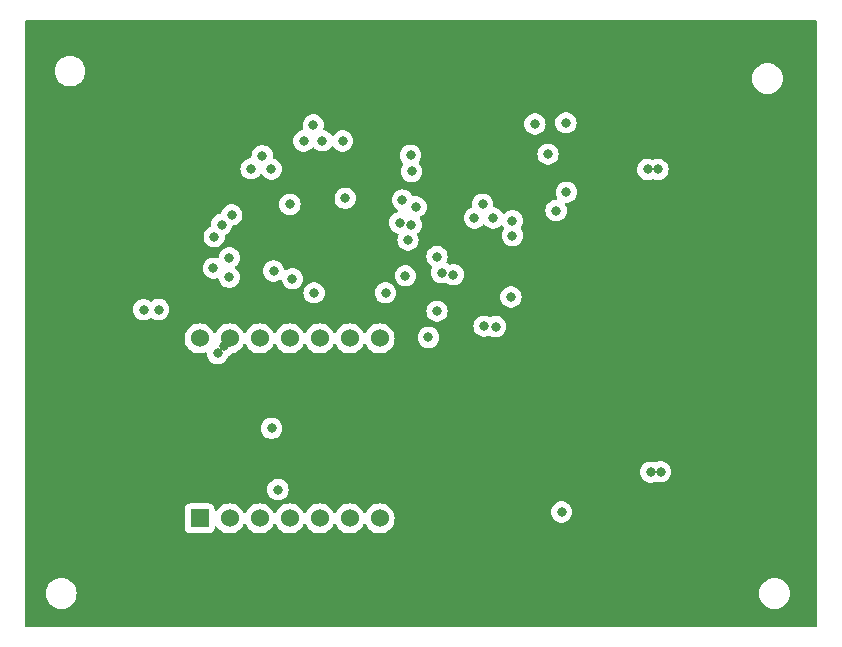
<source format=gbr>
%TF.GenerationSoftware,KiCad,Pcbnew,7.0.8*%
%TF.CreationDate,2024-08-03T17:37:37-04:00*%
%TF.ProjectId,wsg1.0,77736731-2e30-42e6-9b69-6361645f7063,rev?*%
%TF.SameCoordinates,Original*%
%TF.FileFunction,Copper,L2,Inr*%
%TF.FilePolarity,Positive*%
%FSLAX46Y46*%
G04 Gerber Fmt 4.6, Leading zero omitted, Abs format (unit mm)*
G04 Created by KiCad (PCBNEW 7.0.8) date 2024-08-03 17:37:37*
%MOMM*%
%LPD*%
G01*
G04 APERTURE LIST*
%TA.AperFunction,ComponentPad*%
%ADD10R,1.530000X1.530000*%
%TD*%
%TA.AperFunction,ComponentPad*%
%ADD11C,1.530000*%
%TD*%
%TA.AperFunction,ViaPad*%
%ADD12C,0.800000*%
%TD*%
G04 APERTURE END LIST*
D10*
%TO.N,CS-DAC*%
%TO.C,U2*%
X96680000Y-135427500D03*
D11*
%TO.N,DacLoad*%
X99220000Y-135427500D03*
%TO.N,Ready*%
X101760000Y-135427500D03*
%TO.N,CS-ADC*%
X104300000Y-135427500D03*
%TO.N,3v3*%
X106840000Y-135427500D03*
X109380000Y-135427500D03*
X111920000Y-135427500D03*
X111920000Y-120187500D03*
%TO.N,SClk*%
X109380000Y-120187500D03*
%TO.N,MISO*%
X106840000Y-120187500D03*
%TO.N,MOSI*%
X104300000Y-120187500D03*
%TO.N,3v3*%
X101760000Y-120187500D03*
%TO.N,GND1*%
X99220000Y-120187500D03*
%TO.N,Net-(D8-K)*%
X96680000Y-120187500D03*
%TD*%
D12*
%TO.N,GND*%
X99405000Y-109730000D03*
X98550000Y-110550000D03*
X134630000Y-105885000D03*
X126180000Y-104590000D03*
X97920000Y-111560000D03*
X114540000Y-104680000D03*
X125070000Y-102035000D03*
X126870000Y-109370000D03*
X121740000Y-119185000D03*
X115010000Y-109045000D03*
X114326274Y-111862581D03*
X134870000Y-131510000D03*
X104330000Y-108840000D03*
X93220000Y-117740000D03*
X123157500Y-110225000D03*
X109010000Y-108320000D03*
X127700000Y-101935000D03*
X113610000Y-110395000D03*
X114630000Y-106050000D03*
X91950000Y-117760000D03*
X135490000Y-105885000D03*
X127340000Y-134875000D03*
X120770000Y-119155000D03*
X108795000Y-103465000D03*
X135720000Y-131480000D03*
X127740000Y-107810000D03*
X123167500Y-111475000D03*
X113850000Y-108475000D03*
%TO.N,5.5V*%
X120810000Y-122965000D03*
X115090000Y-107460000D03*
X121300000Y-105470000D03*
X125317500Y-112455000D03*
X96710000Y-116202500D03*
X120130000Y-105460000D03*
X121690000Y-122975000D03*
X125160000Y-133980000D03*
X95800000Y-108780000D03*
X122720000Y-105460000D03*
%TO.N,GND1*%
X97840000Y-114240000D03*
X105500000Y-103465000D03*
X99200000Y-115010000D03*
X123040000Y-116680000D03*
X114594021Y-110570236D03*
X101980000Y-104720000D03*
X98770000Y-120870000D03*
X106310000Y-102120000D03*
X121537500Y-109985000D03*
X120637500Y-108845000D03*
X102750000Y-105840000D03*
X101040000Y-105830000D03*
X107070000Y-103455000D03*
X119947500Y-109985000D03*
X98210000Y-121460000D03*
X99200000Y-113360000D03*
%TO.N,CS-DAC*%
X118173530Y-114795387D03*
%TO.N,SClk*%
X112430000Y-116325000D03*
X117190565Y-114614319D03*
%TO.N,MOSI*%
X106380000Y-116325000D03*
X116784400Y-113265600D03*
%TO.N,DacLoad*%
X116784818Y-117881972D03*
%TO.N,Ready*%
X102770000Y-127800000D03*
X103310000Y-132990000D03*
X102940000Y-114485000D03*
%TO.N,MISO*%
X104540000Y-115140000D03*
%TO.N,CS-ADC*%
X114100000Y-114890000D03*
X116050000Y-120100000D03*
%TD*%
%TA.AperFunction,Conductor*%
%TO.N,5.5V*%
G36*
X148902539Y-93240185D02*
G01*
X148948294Y-93292989D01*
X148959500Y-93344500D01*
X148959500Y-144485500D01*
X148939815Y-144552539D01*
X148887011Y-144598294D01*
X148835500Y-144609500D01*
X82004500Y-144609500D01*
X81937461Y-144589815D01*
X81891706Y-144537011D01*
X81880500Y-144485500D01*
X81880500Y-141770001D01*
X83664532Y-141770001D01*
X83684364Y-141996686D01*
X83684366Y-141996697D01*
X83743258Y-142216488D01*
X83743261Y-142216497D01*
X83839431Y-142422732D01*
X83839432Y-142422734D01*
X83969954Y-142609141D01*
X84130858Y-142770045D01*
X84130861Y-142770047D01*
X84317266Y-142900568D01*
X84523504Y-142996739D01*
X84743308Y-143055635D01*
X84913216Y-143070500D01*
X85026784Y-143070500D01*
X85196692Y-143055635D01*
X85416496Y-142996739D01*
X85622734Y-142900568D01*
X85809139Y-142770047D01*
X85970047Y-142609139D01*
X86100568Y-142422734D01*
X86196739Y-142216496D01*
X86255635Y-141996692D01*
X86275468Y-141770001D01*
X144064532Y-141770001D01*
X144084364Y-141996686D01*
X144084366Y-141996697D01*
X144143258Y-142216488D01*
X144143261Y-142216497D01*
X144239431Y-142422732D01*
X144239432Y-142422734D01*
X144369954Y-142609141D01*
X144530858Y-142770045D01*
X144530861Y-142770047D01*
X144717266Y-142900568D01*
X144923504Y-142996739D01*
X145143308Y-143055635D01*
X145313216Y-143070500D01*
X145426784Y-143070500D01*
X145596692Y-143055635D01*
X145816496Y-142996739D01*
X146022734Y-142900568D01*
X146209139Y-142770047D01*
X146370047Y-142609139D01*
X146500568Y-142422734D01*
X146596739Y-142216496D01*
X146655635Y-141996692D01*
X146675468Y-141770000D01*
X146655635Y-141543308D01*
X146596739Y-141323504D01*
X146500568Y-141117266D01*
X146370047Y-140930861D01*
X146370045Y-140930858D01*
X146209141Y-140769954D01*
X146022734Y-140639432D01*
X146022732Y-140639431D01*
X145816497Y-140543261D01*
X145816488Y-140543258D01*
X145596697Y-140484366D01*
X145596687Y-140484364D01*
X145426784Y-140469500D01*
X145313216Y-140469500D01*
X145143312Y-140484364D01*
X145143302Y-140484366D01*
X144923511Y-140543258D01*
X144923502Y-140543261D01*
X144717267Y-140639431D01*
X144717265Y-140639432D01*
X144530858Y-140769954D01*
X144369954Y-140930858D01*
X144239432Y-141117265D01*
X144239431Y-141117267D01*
X144143261Y-141323502D01*
X144143258Y-141323511D01*
X144084366Y-141543302D01*
X144084364Y-141543313D01*
X144064532Y-141769998D01*
X144064532Y-141770001D01*
X86275468Y-141770001D01*
X86275468Y-141770000D01*
X86255635Y-141543308D01*
X86196739Y-141323504D01*
X86100568Y-141117266D01*
X85970047Y-140930861D01*
X85970045Y-140930858D01*
X85809141Y-140769954D01*
X85622734Y-140639432D01*
X85622732Y-140639431D01*
X85416497Y-140543261D01*
X85416488Y-140543258D01*
X85196697Y-140484366D01*
X85196687Y-140484364D01*
X85026784Y-140469500D01*
X84913216Y-140469500D01*
X84743312Y-140484364D01*
X84743302Y-140484366D01*
X84523511Y-140543258D01*
X84523502Y-140543261D01*
X84317267Y-140639431D01*
X84317265Y-140639432D01*
X84130858Y-140769954D01*
X83969954Y-140930858D01*
X83839432Y-141117265D01*
X83839431Y-141117267D01*
X83743261Y-141323502D01*
X83743258Y-141323511D01*
X83684366Y-141543302D01*
X83684364Y-141543313D01*
X83664532Y-141769998D01*
X83664532Y-141770001D01*
X81880500Y-141770001D01*
X81880500Y-136240370D01*
X95414500Y-136240370D01*
X95414501Y-136240376D01*
X95420908Y-136299983D01*
X95471202Y-136434828D01*
X95471206Y-136434835D01*
X95557452Y-136550044D01*
X95557455Y-136550047D01*
X95672664Y-136636293D01*
X95672671Y-136636297D01*
X95807517Y-136686591D01*
X95807516Y-136686591D01*
X95814444Y-136687335D01*
X95867127Y-136693000D01*
X97492872Y-136692999D01*
X97552483Y-136686591D01*
X97687331Y-136636296D01*
X97802546Y-136550046D01*
X97888796Y-136434831D01*
X97939091Y-136299983D01*
X97945500Y-136240373D01*
X97945499Y-136206934D01*
X97965182Y-136139898D01*
X98017984Y-136094142D01*
X98087143Y-136084197D01*
X98150699Y-136113220D01*
X98171073Y-136135811D01*
X98246862Y-136244047D01*
X98246868Y-136244055D01*
X98403445Y-136400632D01*
X98584833Y-136527642D01*
X98705572Y-136583943D01*
X98785513Y-136621220D01*
X98785515Y-136621220D01*
X98785520Y-136621223D01*
X98999409Y-136678535D01*
X99156974Y-136692320D01*
X99219998Y-136697834D01*
X99220000Y-136697834D01*
X99220002Y-136697834D01*
X99275276Y-136692998D01*
X99440591Y-136678535D01*
X99654480Y-136621223D01*
X99855167Y-136527642D01*
X100036555Y-136400632D01*
X100193132Y-136244055D01*
X100320142Y-136062667D01*
X100377618Y-135939407D01*
X100423790Y-135886968D01*
X100490983Y-135867816D01*
X100557864Y-135888031D01*
X100602381Y-135939407D01*
X100659858Y-136062667D01*
X100786868Y-136244055D01*
X100943445Y-136400632D01*
X101124833Y-136527642D01*
X101245572Y-136583943D01*
X101325513Y-136621220D01*
X101325515Y-136621220D01*
X101325520Y-136621223D01*
X101539409Y-136678535D01*
X101696974Y-136692320D01*
X101759998Y-136697834D01*
X101760000Y-136697834D01*
X101760002Y-136697834D01*
X101815276Y-136692998D01*
X101980591Y-136678535D01*
X102194480Y-136621223D01*
X102395167Y-136527642D01*
X102576555Y-136400632D01*
X102733132Y-136244055D01*
X102860142Y-136062667D01*
X102917618Y-135939407D01*
X102963790Y-135886968D01*
X103030983Y-135867816D01*
X103097864Y-135888031D01*
X103142381Y-135939407D01*
X103199858Y-136062667D01*
X103326868Y-136244055D01*
X103483445Y-136400632D01*
X103664833Y-136527642D01*
X103785572Y-136583943D01*
X103865513Y-136621220D01*
X103865515Y-136621220D01*
X103865520Y-136621223D01*
X104079409Y-136678535D01*
X104236974Y-136692320D01*
X104299998Y-136697834D01*
X104300000Y-136697834D01*
X104300002Y-136697834D01*
X104355276Y-136692998D01*
X104520591Y-136678535D01*
X104734480Y-136621223D01*
X104935167Y-136527642D01*
X105116555Y-136400632D01*
X105273132Y-136244055D01*
X105400142Y-136062667D01*
X105457618Y-135939407D01*
X105503790Y-135886968D01*
X105570983Y-135867816D01*
X105637864Y-135888031D01*
X105682381Y-135939407D01*
X105739858Y-136062667D01*
X105866868Y-136244055D01*
X106023445Y-136400632D01*
X106204833Y-136527642D01*
X106325572Y-136583943D01*
X106405513Y-136621220D01*
X106405515Y-136621220D01*
X106405520Y-136621223D01*
X106619409Y-136678535D01*
X106776974Y-136692320D01*
X106839998Y-136697834D01*
X106840000Y-136697834D01*
X106840002Y-136697834D01*
X106895276Y-136692998D01*
X107060591Y-136678535D01*
X107274480Y-136621223D01*
X107475167Y-136527642D01*
X107656555Y-136400632D01*
X107813132Y-136244055D01*
X107940142Y-136062667D01*
X107997618Y-135939407D01*
X108043790Y-135886968D01*
X108110983Y-135867816D01*
X108177864Y-135888031D01*
X108222381Y-135939407D01*
X108279858Y-136062667D01*
X108406868Y-136244055D01*
X108563445Y-136400632D01*
X108744833Y-136527642D01*
X108865572Y-136583943D01*
X108945513Y-136621220D01*
X108945515Y-136621220D01*
X108945520Y-136621223D01*
X109159409Y-136678535D01*
X109316974Y-136692320D01*
X109379998Y-136697834D01*
X109380000Y-136697834D01*
X109380002Y-136697834D01*
X109435276Y-136692998D01*
X109600591Y-136678535D01*
X109814480Y-136621223D01*
X110015167Y-136527642D01*
X110196555Y-136400632D01*
X110353132Y-136244055D01*
X110480142Y-136062667D01*
X110537618Y-135939407D01*
X110583790Y-135886968D01*
X110650983Y-135867816D01*
X110717864Y-135888031D01*
X110762381Y-135939407D01*
X110819858Y-136062667D01*
X110946868Y-136244055D01*
X111103445Y-136400632D01*
X111284833Y-136527642D01*
X111405572Y-136583943D01*
X111485513Y-136621220D01*
X111485515Y-136621220D01*
X111485520Y-136621223D01*
X111699409Y-136678535D01*
X111856974Y-136692320D01*
X111919998Y-136697834D01*
X111920000Y-136697834D01*
X111920002Y-136697834D01*
X111975276Y-136692998D01*
X112140591Y-136678535D01*
X112354480Y-136621223D01*
X112555167Y-136527642D01*
X112736555Y-136400632D01*
X112893132Y-136244055D01*
X113020142Y-136062667D01*
X113113723Y-135861980D01*
X113171035Y-135648091D01*
X113190334Y-135427500D01*
X113188559Y-135407216D01*
X113174217Y-135243284D01*
X113171035Y-135206909D01*
X113113723Y-134993020D01*
X113101574Y-134966967D01*
X113058689Y-134875000D01*
X126434540Y-134875000D01*
X126454326Y-135063256D01*
X126454327Y-135063259D01*
X126512818Y-135243277D01*
X126512821Y-135243284D01*
X126607467Y-135407216D01*
X126625732Y-135427501D01*
X126734129Y-135547888D01*
X126887265Y-135659148D01*
X126887270Y-135659151D01*
X127060192Y-135736142D01*
X127060197Y-135736144D01*
X127245354Y-135775500D01*
X127245355Y-135775500D01*
X127434644Y-135775500D01*
X127434646Y-135775500D01*
X127619803Y-135736144D01*
X127792730Y-135659151D01*
X127945871Y-135547888D01*
X128072533Y-135407216D01*
X128167179Y-135243284D01*
X128225674Y-135063256D01*
X128245460Y-134875000D01*
X128225674Y-134686744D01*
X128167179Y-134506716D01*
X128072533Y-134342784D01*
X127945871Y-134202112D01*
X127910571Y-134176465D01*
X127792734Y-134090851D01*
X127792729Y-134090848D01*
X127619807Y-134013857D01*
X127619802Y-134013855D01*
X127474001Y-133982865D01*
X127434646Y-133974500D01*
X127245354Y-133974500D01*
X127212897Y-133981398D01*
X127060197Y-134013855D01*
X127060192Y-134013857D01*
X126887270Y-134090848D01*
X126887265Y-134090851D01*
X126734129Y-134202111D01*
X126607466Y-134342785D01*
X126512821Y-134506715D01*
X126512818Y-134506722D01*
X126466893Y-134648066D01*
X126454326Y-134686744D01*
X126434540Y-134875000D01*
X113058689Y-134875000D01*
X113020143Y-134792336D01*
X113020142Y-134792334D01*
X113020142Y-134792333D01*
X112893132Y-134610945D01*
X112736555Y-134454368D01*
X112555167Y-134327358D01*
X112555163Y-134327356D01*
X112354486Y-134233779D01*
X112354475Y-134233775D01*
X112140592Y-134176465D01*
X112140585Y-134176464D01*
X111920002Y-134157166D01*
X111919998Y-134157166D01*
X111699414Y-134176464D01*
X111699407Y-134176465D01*
X111485524Y-134233775D01*
X111485513Y-134233779D01*
X111284836Y-134327356D01*
X111284834Y-134327357D01*
X111103444Y-134454368D01*
X110946868Y-134610944D01*
X110819857Y-134792334D01*
X110819856Y-134792336D01*
X110762382Y-134915591D01*
X110716210Y-134968031D01*
X110649017Y-134987183D01*
X110582135Y-134966967D01*
X110537618Y-134915591D01*
X110480143Y-134792336D01*
X110480142Y-134792334D01*
X110480142Y-134792333D01*
X110353132Y-134610945D01*
X110196555Y-134454368D01*
X110015167Y-134327358D01*
X110015163Y-134327356D01*
X109814486Y-134233779D01*
X109814475Y-134233775D01*
X109600592Y-134176465D01*
X109600585Y-134176464D01*
X109380002Y-134157166D01*
X109379998Y-134157166D01*
X109159414Y-134176464D01*
X109159407Y-134176465D01*
X108945524Y-134233775D01*
X108945513Y-134233779D01*
X108744836Y-134327356D01*
X108744834Y-134327357D01*
X108563444Y-134454368D01*
X108406868Y-134610944D01*
X108279857Y-134792334D01*
X108279856Y-134792336D01*
X108222382Y-134915591D01*
X108176210Y-134968031D01*
X108109017Y-134987183D01*
X108042135Y-134966967D01*
X107997618Y-134915591D01*
X107940143Y-134792336D01*
X107940142Y-134792334D01*
X107940142Y-134792333D01*
X107813132Y-134610945D01*
X107656555Y-134454368D01*
X107475167Y-134327358D01*
X107475163Y-134327356D01*
X107274486Y-134233779D01*
X107274475Y-134233775D01*
X107060592Y-134176465D01*
X107060585Y-134176464D01*
X106840002Y-134157166D01*
X106839998Y-134157166D01*
X106619414Y-134176464D01*
X106619407Y-134176465D01*
X106405524Y-134233775D01*
X106405513Y-134233779D01*
X106204836Y-134327356D01*
X106204834Y-134327357D01*
X106023444Y-134454368D01*
X105866868Y-134610944D01*
X105739857Y-134792334D01*
X105739856Y-134792336D01*
X105682382Y-134915591D01*
X105636210Y-134968031D01*
X105569017Y-134987183D01*
X105502135Y-134966967D01*
X105457618Y-134915591D01*
X105400143Y-134792336D01*
X105400142Y-134792334D01*
X105400142Y-134792333D01*
X105273132Y-134610945D01*
X105116555Y-134454368D01*
X104935167Y-134327358D01*
X104935163Y-134327356D01*
X104734486Y-134233779D01*
X104734475Y-134233775D01*
X104520592Y-134176465D01*
X104520585Y-134176464D01*
X104300002Y-134157166D01*
X104299998Y-134157166D01*
X104079414Y-134176464D01*
X104079407Y-134176465D01*
X103865524Y-134233775D01*
X103865513Y-134233779D01*
X103664836Y-134327356D01*
X103664834Y-134327357D01*
X103483444Y-134454368D01*
X103326868Y-134610944D01*
X103199857Y-134792334D01*
X103199856Y-134792336D01*
X103142382Y-134915591D01*
X103096210Y-134968031D01*
X103029017Y-134987183D01*
X102962135Y-134966967D01*
X102917618Y-134915591D01*
X102860143Y-134792336D01*
X102860142Y-134792334D01*
X102860142Y-134792333D01*
X102733132Y-134610945D01*
X102576555Y-134454368D01*
X102395167Y-134327358D01*
X102395163Y-134327356D01*
X102194486Y-134233779D01*
X102194475Y-134233775D01*
X101980592Y-134176465D01*
X101980585Y-134176464D01*
X101760002Y-134157166D01*
X101759998Y-134157166D01*
X101539414Y-134176464D01*
X101539407Y-134176465D01*
X101325524Y-134233775D01*
X101325513Y-134233779D01*
X101124836Y-134327356D01*
X101124834Y-134327357D01*
X100943444Y-134454368D01*
X100786868Y-134610944D01*
X100659857Y-134792334D01*
X100659856Y-134792336D01*
X100602382Y-134915591D01*
X100556210Y-134968031D01*
X100489017Y-134987183D01*
X100422135Y-134966967D01*
X100377618Y-134915591D01*
X100320143Y-134792336D01*
X100320142Y-134792334D01*
X100320142Y-134792333D01*
X100193132Y-134610945D01*
X100036555Y-134454368D01*
X99855167Y-134327358D01*
X99855163Y-134327356D01*
X99654486Y-134233779D01*
X99654475Y-134233775D01*
X99440592Y-134176465D01*
X99440585Y-134176464D01*
X99220002Y-134157166D01*
X99219998Y-134157166D01*
X98999414Y-134176464D01*
X98999407Y-134176465D01*
X98785524Y-134233775D01*
X98785513Y-134233779D01*
X98584836Y-134327356D01*
X98584834Y-134327357D01*
X98403444Y-134454368D01*
X98246868Y-134610944D01*
X98244288Y-134614629D01*
X98193796Y-134686740D01*
X98171074Y-134719190D01*
X98116497Y-134762815D01*
X98046998Y-134770007D01*
X97984644Y-134738485D01*
X97949230Y-134678255D01*
X97945499Y-134648066D01*
X97945499Y-134614629D01*
X97945498Y-134614623D01*
X97945497Y-134614616D01*
X97939091Y-134555017D01*
X97901551Y-134454368D01*
X97888797Y-134420171D01*
X97888793Y-134420164D01*
X97802547Y-134304955D01*
X97802544Y-134304952D01*
X97687335Y-134218706D01*
X97687328Y-134218702D01*
X97552482Y-134168408D01*
X97552483Y-134168408D01*
X97492883Y-134162001D01*
X97492881Y-134162000D01*
X97492873Y-134162000D01*
X97492864Y-134162000D01*
X95867129Y-134162000D01*
X95867123Y-134162001D01*
X95807516Y-134168408D01*
X95672671Y-134218702D01*
X95672664Y-134218706D01*
X95557455Y-134304952D01*
X95557452Y-134304955D01*
X95471206Y-134420164D01*
X95471202Y-134420171D01*
X95420908Y-134555017D01*
X95414896Y-134610944D01*
X95414501Y-134614623D01*
X95414500Y-134614635D01*
X95414500Y-136240370D01*
X81880500Y-136240370D01*
X81880500Y-132990000D01*
X102404540Y-132990000D01*
X102424326Y-133178256D01*
X102424327Y-133178259D01*
X102482818Y-133358277D01*
X102482821Y-133358284D01*
X102577467Y-133522216D01*
X102704129Y-133662888D01*
X102857265Y-133774148D01*
X102857270Y-133774151D01*
X103030192Y-133851142D01*
X103030197Y-133851144D01*
X103215354Y-133890500D01*
X103215355Y-133890500D01*
X103404644Y-133890500D01*
X103404646Y-133890500D01*
X103589803Y-133851144D01*
X103762730Y-133774151D01*
X103915871Y-133662888D01*
X104042533Y-133522216D01*
X104137179Y-133358284D01*
X104195674Y-133178256D01*
X104215460Y-132990000D01*
X104195674Y-132801744D01*
X104137179Y-132621716D01*
X104042533Y-132457784D01*
X103915871Y-132317112D01*
X103884264Y-132294148D01*
X103762734Y-132205851D01*
X103762729Y-132205848D01*
X103589807Y-132128857D01*
X103589802Y-132128855D01*
X103444001Y-132097865D01*
X103404646Y-132089500D01*
X103215354Y-132089500D01*
X103182897Y-132096398D01*
X103030197Y-132128855D01*
X103030192Y-132128857D01*
X102857270Y-132205848D01*
X102857265Y-132205851D01*
X102704129Y-132317111D01*
X102577466Y-132457785D01*
X102482821Y-132621715D01*
X102482818Y-132621722D01*
X102424327Y-132801740D01*
X102424326Y-132801744D01*
X102404540Y-132990000D01*
X81880500Y-132990000D01*
X81880500Y-131510000D01*
X133964540Y-131510000D01*
X133984326Y-131698256D01*
X133984327Y-131698259D01*
X134042818Y-131878277D01*
X134042821Y-131878284D01*
X134137467Y-132042216D01*
X134215479Y-132128857D01*
X134264129Y-132182888D01*
X134417265Y-132294148D01*
X134417270Y-132294151D01*
X134590192Y-132371142D01*
X134590197Y-132371144D01*
X134775354Y-132410500D01*
X134775355Y-132410500D01*
X134964644Y-132410500D01*
X134964646Y-132410500D01*
X135149803Y-132371144D01*
X135278255Y-132313952D01*
X135347502Y-132304667D01*
X135379125Y-132313953D01*
X135419218Y-132331803D01*
X135440197Y-132341144D01*
X135625354Y-132380500D01*
X135625355Y-132380500D01*
X135814644Y-132380500D01*
X135814646Y-132380500D01*
X135999803Y-132341144D01*
X136172730Y-132264151D01*
X136325871Y-132152888D01*
X136452533Y-132012216D01*
X136547179Y-131848284D01*
X136605674Y-131668256D01*
X136625460Y-131480000D01*
X136605674Y-131291744D01*
X136547179Y-131111716D01*
X136452533Y-130947784D01*
X136325871Y-130807112D01*
X136325870Y-130807111D01*
X136172734Y-130695851D01*
X136172729Y-130695848D01*
X135999807Y-130618857D01*
X135999802Y-130618855D01*
X135854001Y-130587865D01*
X135814646Y-130579500D01*
X135625354Y-130579500D01*
X135592897Y-130586398D01*
X135440197Y-130618855D01*
X135440192Y-130618857D01*
X135311747Y-130676046D01*
X135242497Y-130685331D01*
X135210876Y-130676047D01*
X135149804Y-130648856D01*
X135149802Y-130648855D01*
X135004001Y-130617865D01*
X134964646Y-130609500D01*
X134775354Y-130609500D01*
X134742897Y-130616398D01*
X134590197Y-130648855D01*
X134590192Y-130648857D01*
X134417270Y-130725848D01*
X134417265Y-130725851D01*
X134264129Y-130837111D01*
X134137466Y-130977785D01*
X134042821Y-131141715D01*
X134042818Y-131141722D01*
X133984327Y-131321740D01*
X133984326Y-131321744D01*
X133964540Y-131510000D01*
X81880500Y-131510000D01*
X81880500Y-127800000D01*
X101864540Y-127800000D01*
X101884326Y-127988256D01*
X101884327Y-127988259D01*
X101942818Y-128168277D01*
X101942821Y-128168284D01*
X102037467Y-128332216D01*
X102164129Y-128472888D01*
X102317265Y-128584148D01*
X102317270Y-128584151D01*
X102490192Y-128661142D01*
X102490197Y-128661144D01*
X102675354Y-128700500D01*
X102675355Y-128700500D01*
X102864644Y-128700500D01*
X102864646Y-128700500D01*
X103049803Y-128661144D01*
X103222730Y-128584151D01*
X103375871Y-128472888D01*
X103502533Y-128332216D01*
X103597179Y-128168284D01*
X103655674Y-127988256D01*
X103675460Y-127800000D01*
X103655674Y-127611744D01*
X103597179Y-127431716D01*
X103502533Y-127267784D01*
X103375871Y-127127112D01*
X103375870Y-127127111D01*
X103222734Y-127015851D01*
X103222729Y-127015848D01*
X103049807Y-126938857D01*
X103049802Y-126938855D01*
X102904001Y-126907865D01*
X102864646Y-126899500D01*
X102675354Y-126899500D01*
X102642897Y-126906398D01*
X102490197Y-126938855D01*
X102490192Y-126938857D01*
X102317270Y-127015848D01*
X102317265Y-127015851D01*
X102164129Y-127127111D01*
X102037466Y-127267785D01*
X101942821Y-127431715D01*
X101942818Y-127431722D01*
X101884327Y-127611740D01*
X101884326Y-127611744D01*
X101864540Y-127800000D01*
X81880500Y-127800000D01*
X81880500Y-120187501D01*
X95409666Y-120187501D01*
X95428964Y-120408085D01*
X95428965Y-120408092D01*
X95486275Y-120621975D01*
X95486279Y-120621986D01*
X95556646Y-120772888D01*
X95579858Y-120822667D01*
X95706868Y-121004055D01*
X95863445Y-121160632D01*
X96044833Y-121287642D01*
X96165572Y-121343943D01*
X96245513Y-121381220D01*
X96245515Y-121381220D01*
X96245520Y-121381223D01*
X96459409Y-121438535D01*
X96616974Y-121452320D01*
X96679998Y-121457834D01*
X96680000Y-121457834D01*
X96680002Y-121457834D01*
X96735147Y-121453009D01*
X96900591Y-121438535D01*
X97114480Y-121381223D01*
X97130211Y-121373887D01*
X97199285Y-121363393D01*
X97263070Y-121391911D01*
X97301312Y-121450386D01*
X97305938Y-121473306D01*
X97324326Y-121648256D01*
X97324327Y-121648259D01*
X97382818Y-121828277D01*
X97382820Y-121828281D01*
X97382821Y-121828284D01*
X97477467Y-121992216D01*
X97604129Y-122132888D01*
X97757265Y-122244148D01*
X97757270Y-122244151D01*
X97930192Y-122321142D01*
X97930197Y-122321144D01*
X98115354Y-122360500D01*
X98115355Y-122360500D01*
X98304644Y-122360500D01*
X98304646Y-122360500D01*
X98489803Y-122321144D01*
X98662730Y-122244151D01*
X98815871Y-122132888D01*
X98942533Y-121992216D01*
X99037179Y-121828284D01*
X99054885Y-121773789D01*
X99094320Y-121716117D01*
X99122375Y-121698831D01*
X99222730Y-121654151D01*
X99375871Y-121542888D01*
X99454551Y-121455503D01*
X99514036Y-121418856D01*
X99514455Y-121418742D01*
X99654480Y-121381223D01*
X99855167Y-121287642D01*
X100036555Y-121160632D01*
X100193132Y-121004055D01*
X100320142Y-120822667D01*
X100377618Y-120699407D01*
X100423790Y-120646968D01*
X100490983Y-120627816D01*
X100557864Y-120648031D01*
X100602381Y-120699407D01*
X100659858Y-120822667D01*
X100786868Y-121004055D01*
X100943445Y-121160632D01*
X101124833Y-121287642D01*
X101245572Y-121343943D01*
X101325513Y-121381220D01*
X101325515Y-121381220D01*
X101325520Y-121381223D01*
X101539409Y-121438535D01*
X101696974Y-121452320D01*
X101759998Y-121457834D01*
X101760000Y-121457834D01*
X101760002Y-121457834D01*
X101815147Y-121453009D01*
X101980591Y-121438535D01*
X102194480Y-121381223D01*
X102395167Y-121287642D01*
X102576555Y-121160632D01*
X102733132Y-121004055D01*
X102860142Y-120822667D01*
X102917618Y-120699407D01*
X102963790Y-120646968D01*
X103030983Y-120627816D01*
X103097864Y-120648031D01*
X103142381Y-120699407D01*
X103199858Y-120822667D01*
X103326868Y-121004055D01*
X103483445Y-121160632D01*
X103664833Y-121287642D01*
X103785572Y-121343943D01*
X103865513Y-121381220D01*
X103865515Y-121381220D01*
X103865520Y-121381223D01*
X104079409Y-121438535D01*
X104236974Y-121452320D01*
X104299998Y-121457834D01*
X104300000Y-121457834D01*
X104300002Y-121457834D01*
X104355147Y-121453009D01*
X104520591Y-121438535D01*
X104734480Y-121381223D01*
X104935167Y-121287642D01*
X105116555Y-121160632D01*
X105273132Y-121004055D01*
X105400142Y-120822667D01*
X105457618Y-120699407D01*
X105503790Y-120646968D01*
X105570983Y-120627816D01*
X105637864Y-120648031D01*
X105682381Y-120699407D01*
X105739858Y-120822667D01*
X105866868Y-121004055D01*
X106023445Y-121160632D01*
X106204833Y-121287642D01*
X106325572Y-121343943D01*
X106405513Y-121381220D01*
X106405515Y-121381220D01*
X106405520Y-121381223D01*
X106619409Y-121438535D01*
X106776974Y-121452320D01*
X106839998Y-121457834D01*
X106840000Y-121457834D01*
X106840002Y-121457834D01*
X106895147Y-121453009D01*
X107060591Y-121438535D01*
X107274480Y-121381223D01*
X107475167Y-121287642D01*
X107656555Y-121160632D01*
X107813132Y-121004055D01*
X107940142Y-120822667D01*
X107997618Y-120699407D01*
X108043790Y-120646968D01*
X108110983Y-120627816D01*
X108177864Y-120648031D01*
X108222381Y-120699407D01*
X108279858Y-120822667D01*
X108406868Y-121004055D01*
X108563445Y-121160632D01*
X108744833Y-121287642D01*
X108865572Y-121343943D01*
X108945513Y-121381220D01*
X108945515Y-121381220D01*
X108945520Y-121381223D01*
X109159409Y-121438535D01*
X109316974Y-121452320D01*
X109379998Y-121457834D01*
X109380000Y-121457834D01*
X109380002Y-121457834D01*
X109435147Y-121453009D01*
X109600591Y-121438535D01*
X109814480Y-121381223D01*
X110015167Y-121287642D01*
X110196555Y-121160632D01*
X110353132Y-121004055D01*
X110480142Y-120822667D01*
X110537618Y-120699407D01*
X110583790Y-120646968D01*
X110650983Y-120627816D01*
X110717864Y-120648031D01*
X110762381Y-120699407D01*
X110819858Y-120822667D01*
X110946868Y-121004055D01*
X111103445Y-121160632D01*
X111284833Y-121287642D01*
X111405572Y-121343943D01*
X111485513Y-121381220D01*
X111485515Y-121381220D01*
X111485520Y-121381223D01*
X111699409Y-121438535D01*
X111856974Y-121452320D01*
X111919998Y-121457834D01*
X111920000Y-121457834D01*
X111920002Y-121457834D01*
X111975147Y-121453009D01*
X112140591Y-121438535D01*
X112354480Y-121381223D01*
X112555167Y-121287642D01*
X112736555Y-121160632D01*
X112893132Y-121004055D01*
X113020142Y-120822667D01*
X113113723Y-120621980D01*
X113171035Y-120408091D01*
X113190334Y-120187500D01*
X113182679Y-120100000D01*
X115144540Y-120100000D01*
X115164326Y-120288256D01*
X115164327Y-120288259D01*
X115222818Y-120468277D01*
X115222821Y-120468284D01*
X115317467Y-120632216D01*
X115444129Y-120772888D01*
X115597265Y-120884148D01*
X115597270Y-120884151D01*
X115770192Y-120961142D01*
X115770197Y-120961144D01*
X115955354Y-121000500D01*
X115955355Y-121000500D01*
X116144644Y-121000500D01*
X116144646Y-121000500D01*
X116329803Y-120961144D01*
X116502730Y-120884151D01*
X116655871Y-120772888D01*
X116782533Y-120632216D01*
X116877179Y-120468284D01*
X116935674Y-120288256D01*
X116955460Y-120100000D01*
X116935674Y-119911744D01*
X116877179Y-119731716D01*
X116782533Y-119567784D01*
X116655871Y-119427112D01*
X116655870Y-119427111D01*
X116502734Y-119315851D01*
X116502729Y-119315848D01*
X116329807Y-119238857D01*
X116329802Y-119238855D01*
X116184001Y-119207865D01*
X116144646Y-119199500D01*
X115955354Y-119199500D01*
X115922897Y-119206398D01*
X115770197Y-119238855D01*
X115770192Y-119238857D01*
X115597270Y-119315848D01*
X115597265Y-119315851D01*
X115444129Y-119427111D01*
X115317468Y-119567783D01*
X115317466Y-119567784D01*
X115222821Y-119731715D01*
X115222818Y-119731722D01*
X115164327Y-119911740D01*
X115164326Y-119911744D01*
X115144540Y-120100000D01*
X113182679Y-120100000D01*
X113171035Y-119966909D01*
X113113723Y-119753020D01*
X113103788Y-119731715D01*
X113020143Y-119552336D01*
X113020142Y-119552334D01*
X113020142Y-119552333D01*
X112893132Y-119370945D01*
X112736555Y-119214368D01*
X112651769Y-119155000D01*
X119864540Y-119155000D01*
X119884326Y-119343256D01*
X119884327Y-119343259D01*
X119942818Y-119523277D01*
X119942821Y-119523284D01*
X120037467Y-119687216D01*
X120096721Y-119753024D01*
X120164129Y-119827888D01*
X120317265Y-119939148D01*
X120317270Y-119939151D01*
X120490192Y-120016142D01*
X120490197Y-120016144D01*
X120675354Y-120055500D01*
X120675355Y-120055500D01*
X120864644Y-120055500D01*
X120864646Y-120055500D01*
X121049803Y-120016144D01*
X121155350Y-119969151D01*
X121172112Y-119961688D01*
X121241362Y-119952403D01*
X121284545Y-119967578D01*
X121287266Y-119969148D01*
X121287270Y-119969151D01*
X121392812Y-120016142D01*
X121460192Y-120046142D01*
X121460197Y-120046144D01*
X121645354Y-120085500D01*
X121645355Y-120085500D01*
X121834644Y-120085500D01*
X121834646Y-120085500D01*
X122019803Y-120046144D01*
X122192730Y-119969151D01*
X122345871Y-119857888D01*
X122472533Y-119717216D01*
X122567179Y-119553284D01*
X122625674Y-119373256D01*
X122645460Y-119185000D01*
X122625674Y-118996744D01*
X122567179Y-118816716D01*
X122472533Y-118652784D01*
X122345871Y-118512112D01*
X122345870Y-118512111D01*
X122192734Y-118400851D01*
X122192729Y-118400848D01*
X122019807Y-118323857D01*
X122019802Y-118323855D01*
X121870938Y-118292214D01*
X121834646Y-118284500D01*
X121645354Y-118284500D01*
X121612897Y-118291398D01*
X121460197Y-118323855D01*
X121337886Y-118378312D01*
X121268636Y-118387596D01*
X121225464Y-118372426D01*
X121222738Y-118370852D01*
X121049807Y-118293857D01*
X121049802Y-118293855D01*
X120904001Y-118262865D01*
X120864646Y-118254500D01*
X120675354Y-118254500D01*
X120642897Y-118261398D01*
X120490197Y-118293855D01*
X120490192Y-118293857D01*
X120317270Y-118370848D01*
X120317265Y-118370851D01*
X120164129Y-118482111D01*
X120037466Y-118622785D01*
X119942821Y-118786715D01*
X119942818Y-118786722D01*
X119894164Y-118936465D01*
X119884326Y-118966744D01*
X119864540Y-119155000D01*
X112651769Y-119155000D01*
X112555167Y-119087358D01*
X112555163Y-119087356D01*
X112354486Y-118993779D01*
X112354475Y-118993775D01*
X112140592Y-118936465D01*
X112140585Y-118936464D01*
X111920002Y-118917166D01*
X111919998Y-118917166D01*
X111699414Y-118936464D01*
X111699407Y-118936465D01*
X111485524Y-118993775D01*
X111485513Y-118993779D01*
X111284836Y-119087356D01*
X111284834Y-119087357D01*
X111103444Y-119214368D01*
X110946868Y-119370944D01*
X110819857Y-119552334D01*
X110819856Y-119552336D01*
X110762382Y-119675591D01*
X110716210Y-119728031D01*
X110649017Y-119747183D01*
X110582135Y-119726967D01*
X110537618Y-119675591D01*
X110480143Y-119552336D01*
X110480142Y-119552334D01*
X110480142Y-119552333D01*
X110353132Y-119370945D01*
X110196555Y-119214368D01*
X110015167Y-119087358D01*
X110015163Y-119087356D01*
X109814486Y-118993779D01*
X109814475Y-118993775D01*
X109600592Y-118936465D01*
X109600585Y-118936464D01*
X109380002Y-118917166D01*
X109379998Y-118917166D01*
X109159414Y-118936464D01*
X109159407Y-118936465D01*
X108945524Y-118993775D01*
X108945513Y-118993779D01*
X108744836Y-119087356D01*
X108744834Y-119087357D01*
X108563444Y-119214368D01*
X108406868Y-119370944D01*
X108279857Y-119552334D01*
X108279856Y-119552336D01*
X108222382Y-119675591D01*
X108176210Y-119728031D01*
X108109017Y-119747183D01*
X108042135Y-119726967D01*
X107997618Y-119675591D01*
X107940143Y-119552336D01*
X107940142Y-119552334D01*
X107940142Y-119552333D01*
X107813132Y-119370945D01*
X107656555Y-119214368D01*
X107475167Y-119087358D01*
X107475163Y-119087356D01*
X107274486Y-118993779D01*
X107274475Y-118993775D01*
X107060592Y-118936465D01*
X107060585Y-118936464D01*
X106840002Y-118917166D01*
X106839998Y-118917166D01*
X106619414Y-118936464D01*
X106619407Y-118936465D01*
X106405524Y-118993775D01*
X106405513Y-118993779D01*
X106204836Y-119087356D01*
X106204834Y-119087357D01*
X106023444Y-119214368D01*
X105866868Y-119370944D01*
X105739857Y-119552334D01*
X105739856Y-119552336D01*
X105682382Y-119675591D01*
X105636210Y-119728031D01*
X105569017Y-119747183D01*
X105502135Y-119726967D01*
X105457618Y-119675591D01*
X105400143Y-119552336D01*
X105400142Y-119552334D01*
X105400142Y-119552333D01*
X105273132Y-119370945D01*
X105116555Y-119214368D01*
X104935167Y-119087358D01*
X104935163Y-119087356D01*
X104734486Y-118993779D01*
X104734475Y-118993775D01*
X104520592Y-118936465D01*
X104520585Y-118936464D01*
X104300002Y-118917166D01*
X104299998Y-118917166D01*
X104079414Y-118936464D01*
X104079407Y-118936465D01*
X103865524Y-118993775D01*
X103865513Y-118993779D01*
X103664836Y-119087356D01*
X103664834Y-119087357D01*
X103483444Y-119214368D01*
X103326868Y-119370944D01*
X103199857Y-119552334D01*
X103199856Y-119552336D01*
X103142382Y-119675591D01*
X103096210Y-119728031D01*
X103029017Y-119747183D01*
X102962135Y-119726967D01*
X102917618Y-119675591D01*
X102860143Y-119552336D01*
X102860142Y-119552334D01*
X102860142Y-119552333D01*
X102733132Y-119370945D01*
X102576555Y-119214368D01*
X102395167Y-119087358D01*
X102395163Y-119087356D01*
X102194486Y-118993779D01*
X102194475Y-118993775D01*
X101980592Y-118936465D01*
X101980585Y-118936464D01*
X101760002Y-118917166D01*
X101759998Y-118917166D01*
X101539414Y-118936464D01*
X101539407Y-118936465D01*
X101325524Y-118993775D01*
X101325513Y-118993779D01*
X101124836Y-119087356D01*
X101124834Y-119087357D01*
X100943444Y-119214368D01*
X100786868Y-119370944D01*
X100659857Y-119552334D01*
X100659856Y-119552336D01*
X100602382Y-119675591D01*
X100556210Y-119728031D01*
X100489017Y-119747183D01*
X100422135Y-119726967D01*
X100377618Y-119675591D01*
X100320143Y-119552336D01*
X100320142Y-119552334D01*
X100320142Y-119552333D01*
X100193132Y-119370945D01*
X100036555Y-119214368D01*
X99855167Y-119087358D01*
X99855163Y-119087356D01*
X99654486Y-118993779D01*
X99654475Y-118993775D01*
X99440592Y-118936465D01*
X99440585Y-118936464D01*
X99220002Y-118917166D01*
X99219998Y-118917166D01*
X98999414Y-118936464D01*
X98999407Y-118936465D01*
X98785524Y-118993775D01*
X98785513Y-118993779D01*
X98584836Y-119087356D01*
X98584834Y-119087357D01*
X98403444Y-119214368D01*
X98246868Y-119370944D01*
X98119857Y-119552334D01*
X98119856Y-119552336D01*
X98062382Y-119675591D01*
X98016210Y-119728031D01*
X97949017Y-119747183D01*
X97882135Y-119726967D01*
X97837618Y-119675591D01*
X97780143Y-119552336D01*
X97780142Y-119552334D01*
X97780142Y-119552333D01*
X97653132Y-119370945D01*
X97496555Y-119214368D01*
X97315167Y-119087358D01*
X97315163Y-119087356D01*
X97114486Y-118993779D01*
X97114475Y-118993775D01*
X96900592Y-118936465D01*
X96900585Y-118936464D01*
X96680002Y-118917166D01*
X96679998Y-118917166D01*
X96459414Y-118936464D01*
X96459407Y-118936465D01*
X96245524Y-118993775D01*
X96245513Y-118993779D01*
X96044836Y-119087356D01*
X96044834Y-119087357D01*
X95863444Y-119214368D01*
X95706868Y-119370944D01*
X95579857Y-119552334D01*
X95579856Y-119552336D01*
X95486279Y-119753013D01*
X95486275Y-119753024D01*
X95428965Y-119966907D01*
X95428964Y-119966914D01*
X95409666Y-120187498D01*
X95409666Y-120187501D01*
X81880500Y-120187501D01*
X81880500Y-117760000D01*
X91044540Y-117760000D01*
X91064326Y-117948256D01*
X91064327Y-117948259D01*
X91122818Y-118128277D01*
X91122821Y-118128284D01*
X91217467Y-118292216D01*
X91342607Y-118431198D01*
X91344129Y-118432888D01*
X91497265Y-118544148D01*
X91497270Y-118544151D01*
X91670192Y-118621142D01*
X91670197Y-118621144D01*
X91855354Y-118660500D01*
X91855355Y-118660500D01*
X92044644Y-118660500D01*
X92044646Y-118660500D01*
X92229803Y-118621144D01*
X92402730Y-118544151D01*
X92525881Y-118454676D01*
X92591683Y-118431198D01*
X92659737Y-118447023D01*
X92671648Y-118454678D01*
X92767265Y-118524148D01*
X92767270Y-118524151D01*
X92940192Y-118601142D01*
X92940197Y-118601144D01*
X93125354Y-118640500D01*
X93125355Y-118640500D01*
X93314644Y-118640500D01*
X93314646Y-118640500D01*
X93499803Y-118601144D01*
X93672730Y-118524151D01*
X93825871Y-118412888D01*
X93952533Y-118272216D01*
X94047179Y-118108284D01*
X94105674Y-117928256D01*
X94110539Y-117881972D01*
X115879358Y-117881972D01*
X115899144Y-118070228D01*
X115899145Y-118070231D01*
X115957636Y-118250249D01*
X115957639Y-118250256D01*
X116052285Y-118414188D01*
X116169302Y-118544148D01*
X116178947Y-118554860D01*
X116332083Y-118666120D01*
X116332088Y-118666123D01*
X116505010Y-118743114D01*
X116505015Y-118743116D01*
X116690172Y-118782472D01*
X116690173Y-118782472D01*
X116879462Y-118782472D01*
X116879464Y-118782472D01*
X117064621Y-118743116D01*
X117237548Y-118666123D01*
X117390689Y-118554860D01*
X117517351Y-118414188D01*
X117611997Y-118250256D01*
X117670492Y-118070228D01*
X117690278Y-117881972D01*
X117670492Y-117693716D01*
X117611997Y-117513688D01*
X117517351Y-117349756D01*
X117390689Y-117209084D01*
X117359112Y-117186142D01*
X117237552Y-117097823D01*
X117237547Y-117097820D01*
X117064625Y-117020829D01*
X117064620Y-117020827D01*
X116918819Y-116989837D01*
X116879464Y-116981472D01*
X116690172Y-116981472D01*
X116657715Y-116988370D01*
X116505015Y-117020827D01*
X116505010Y-117020829D01*
X116332088Y-117097820D01*
X116332083Y-117097823D01*
X116178947Y-117209083D01*
X116052284Y-117349757D01*
X115957639Y-117513687D01*
X115957636Y-117513694D01*
X115938775Y-117571744D01*
X115899144Y-117693716D01*
X115879358Y-117881972D01*
X94110539Y-117881972D01*
X94125460Y-117740000D01*
X94105674Y-117551744D01*
X94047179Y-117371716D01*
X93952533Y-117207784D01*
X93825871Y-117067112D01*
X93806413Y-117052975D01*
X93672734Y-116955851D01*
X93672729Y-116955848D01*
X93499807Y-116878857D01*
X93499802Y-116878855D01*
X93354001Y-116847865D01*
X93314646Y-116839500D01*
X93125354Y-116839500D01*
X93092897Y-116846398D01*
X92940197Y-116878855D01*
X92940192Y-116878857D01*
X92767270Y-116955848D01*
X92767265Y-116955851D01*
X92644121Y-117045321D01*
X92578315Y-117068801D01*
X92510261Y-117052975D01*
X92498351Y-117045321D01*
X92402734Y-116975851D01*
X92402729Y-116975848D01*
X92229807Y-116898857D01*
X92229802Y-116898855D01*
X92084001Y-116867865D01*
X92044646Y-116859500D01*
X91855354Y-116859500D01*
X91822897Y-116866398D01*
X91670197Y-116898855D01*
X91670192Y-116898857D01*
X91497270Y-116975848D01*
X91497265Y-116975851D01*
X91344129Y-117087111D01*
X91217466Y-117227785D01*
X91122821Y-117391715D01*
X91122818Y-117391722D01*
X91070824Y-117551744D01*
X91064326Y-117571744D01*
X91044540Y-117760000D01*
X81880500Y-117760000D01*
X81880500Y-116325000D01*
X105474540Y-116325000D01*
X105494326Y-116513256D01*
X105494327Y-116513259D01*
X105552818Y-116693277D01*
X105552821Y-116693284D01*
X105647467Y-116857216D01*
X105684960Y-116898856D01*
X105774129Y-116997888D01*
X105927265Y-117109148D01*
X105927270Y-117109151D01*
X106100192Y-117186142D01*
X106100197Y-117186144D01*
X106285354Y-117225500D01*
X106285355Y-117225500D01*
X106474644Y-117225500D01*
X106474646Y-117225500D01*
X106659803Y-117186144D01*
X106832730Y-117109151D01*
X106985871Y-116997888D01*
X107112533Y-116857216D01*
X107207179Y-116693284D01*
X107265674Y-116513256D01*
X107285460Y-116325000D01*
X111524540Y-116325000D01*
X111544326Y-116513256D01*
X111544327Y-116513259D01*
X111602818Y-116693277D01*
X111602821Y-116693284D01*
X111697467Y-116857216D01*
X111734960Y-116898856D01*
X111824129Y-116997888D01*
X111977265Y-117109148D01*
X111977270Y-117109151D01*
X112150192Y-117186142D01*
X112150197Y-117186144D01*
X112335354Y-117225500D01*
X112335355Y-117225500D01*
X112524644Y-117225500D01*
X112524646Y-117225500D01*
X112709803Y-117186144D01*
X112882730Y-117109151D01*
X113035871Y-116997888D01*
X113162533Y-116857216D01*
X113257179Y-116693284D01*
X113261495Y-116680000D01*
X122134540Y-116680000D01*
X122154326Y-116868256D01*
X122154327Y-116868259D01*
X122212818Y-117048277D01*
X122212821Y-117048284D01*
X122307467Y-117212216D01*
X122431309Y-117349756D01*
X122434129Y-117352888D01*
X122587265Y-117464148D01*
X122587270Y-117464151D01*
X122760192Y-117541142D01*
X122760197Y-117541144D01*
X122945354Y-117580500D01*
X122945355Y-117580500D01*
X123134644Y-117580500D01*
X123134646Y-117580500D01*
X123319803Y-117541144D01*
X123492730Y-117464151D01*
X123645871Y-117352888D01*
X123772533Y-117212216D01*
X123867179Y-117048284D01*
X123925674Y-116868256D01*
X123945460Y-116680000D01*
X123925674Y-116491744D01*
X123867179Y-116311716D01*
X123772533Y-116147784D01*
X123645871Y-116007112D01*
X123637654Y-116001142D01*
X123492734Y-115895851D01*
X123492729Y-115895848D01*
X123319807Y-115818857D01*
X123319802Y-115818855D01*
X123174001Y-115787865D01*
X123134646Y-115779500D01*
X122945354Y-115779500D01*
X122912897Y-115786398D01*
X122760197Y-115818855D01*
X122760192Y-115818857D01*
X122587270Y-115895848D01*
X122587265Y-115895851D01*
X122434129Y-116007111D01*
X122307466Y-116147785D01*
X122212821Y-116311715D01*
X122212818Y-116311722D01*
X122154327Y-116491740D01*
X122154326Y-116491744D01*
X122134540Y-116680000D01*
X113261495Y-116680000D01*
X113315674Y-116513256D01*
X113335460Y-116325000D01*
X113315674Y-116136744D01*
X113257179Y-115956716D01*
X113162533Y-115792784D01*
X113035871Y-115652112D01*
X113035870Y-115652111D01*
X112882734Y-115540851D01*
X112882729Y-115540848D01*
X112709807Y-115463857D01*
X112709802Y-115463855D01*
X112564001Y-115432865D01*
X112524646Y-115424500D01*
X112335354Y-115424500D01*
X112302897Y-115431398D01*
X112150197Y-115463855D01*
X112150192Y-115463857D01*
X111977270Y-115540848D01*
X111977265Y-115540851D01*
X111824129Y-115652111D01*
X111697466Y-115792785D01*
X111602821Y-115956715D01*
X111602818Y-115956722D01*
X111544327Y-116136740D01*
X111544326Y-116136744D01*
X111524540Y-116325000D01*
X107285460Y-116325000D01*
X107265674Y-116136744D01*
X107207179Y-115956716D01*
X107112533Y-115792784D01*
X106985871Y-115652112D01*
X106985870Y-115652111D01*
X106832734Y-115540851D01*
X106832729Y-115540848D01*
X106659807Y-115463857D01*
X106659802Y-115463855D01*
X106514001Y-115432865D01*
X106474646Y-115424500D01*
X106285354Y-115424500D01*
X106252897Y-115431398D01*
X106100197Y-115463855D01*
X106100192Y-115463857D01*
X105927270Y-115540848D01*
X105927265Y-115540851D01*
X105774129Y-115652111D01*
X105647466Y-115792785D01*
X105552821Y-115956715D01*
X105552818Y-115956722D01*
X105494327Y-116136740D01*
X105494326Y-116136744D01*
X105474540Y-116325000D01*
X81880500Y-116325000D01*
X81880500Y-114240000D01*
X96934540Y-114240000D01*
X96954326Y-114428256D01*
X96954327Y-114428259D01*
X97012818Y-114608277D01*
X97012821Y-114608284D01*
X97107467Y-114772216D01*
X97234129Y-114912888D01*
X97387265Y-115024148D01*
X97387270Y-115024151D01*
X97560192Y-115101142D01*
X97560197Y-115101144D01*
X97745354Y-115140500D01*
X97745355Y-115140500D01*
X97934644Y-115140500D01*
X97934646Y-115140500D01*
X98119803Y-115101144D01*
X98139961Y-115092169D01*
X98209210Y-115082882D01*
X98272488Y-115112509D01*
X98309702Y-115171643D01*
X98313719Y-115192483D01*
X98314325Y-115198253D01*
X98314326Y-115198257D01*
X98372818Y-115378277D01*
X98372821Y-115378284D01*
X98467467Y-115542216D01*
X98566417Y-115652111D01*
X98594129Y-115682888D01*
X98747265Y-115794148D01*
X98747270Y-115794151D01*
X98920192Y-115871142D01*
X98920197Y-115871144D01*
X99105354Y-115910500D01*
X99105355Y-115910500D01*
X99294644Y-115910500D01*
X99294646Y-115910500D01*
X99479803Y-115871144D01*
X99652730Y-115794151D01*
X99805871Y-115682888D01*
X99932533Y-115542216D01*
X100027179Y-115378284D01*
X100085674Y-115198256D01*
X100105460Y-115010000D01*
X100085674Y-114821744D01*
X100027179Y-114641716D01*
X99936699Y-114485000D01*
X102034540Y-114485000D01*
X102054326Y-114673256D01*
X102054327Y-114673259D01*
X102112818Y-114853277D01*
X102112821Y-114853284D01*
X102207467Y-115017216D01*
X102318023Y-115140000D01*
X102334129Y-115157888D01*
X102487265Y-115269148D01*
X102487270Y-115269151D01*
X102660192Y-115346142D01*
X102660197Y-115346144D01*
X102845354Y-115385500D01*
X102845355Y-115385500D01*
X103034644Y-115385500D01*
X103034646Y-115385500D01*
X103219803Y-115346144D01*
X103392730Y-115269151D01*
X103456242Y-115223006D01*
X103522045Y-115199528D01*
X103590099Y-115215353D01*
X103638794Y-115265458D01*
X103652445Y-115310360D01*
X103654326Y-115328256D01*
X103654327Y-115328259D01*
X103712818Y-115508277D01*
X103712821Y-115508284D01*
X103807467Y-115672216D01*
X103904066Y-115779500D01*
X103934129Y-115812888D01*
X104087265Y-115924148D01*
X104087270Y-115924151D01*
X104260192Y-116001142D01*
X104260197Y-116001144D01*
X104445354Y-116040500D01*
X104445355Y-116040500D01*
X104634644Y-116040500D01*
X104634646Y-116040500D01*
X104819803Y-116001144D01*
X104992730Y-115924151D01*
X105145871Y-115812888D01*
X105272533Y-115672216D01*
X105367179Y-115508284D01*
X105425674Y-115328256D01*
X105445460Y-115140000D01*
X105425674Y-114951744D01*
X105405612Y-114890000D01*
X113194540Y-114890000D01*
X113214326Y-115078256D01*
X113214327Y-115078259D01*
X113272818Y-115258277D01*
X113272821Y-115258284D01*
X113367467Y-115422216D01*
X113474284Y-115540848D01*
X113494129Y-115562888D01*
X113647265Y-115674148D01*
X113647270Y-115674151D01*
X113820192Y-115751142D01*
X113820197Y-115751144D01*
X114005354Y-115790500D01*
X114005355Y-115790500D01*
X114194644Y-115790500D01*
X114194646Y-115790500D01*
X114379803Y-115751144D01*
X114552730Y-115674151D01*
X114705871Y-115562888D01*
X114832533Y-115422216D01*
X114927179Y-115258284D01*
X114985674Y-115078256D01*
X115005460Y-114890000D01*
X114985674Y-114701744D01*
X114927179Y-114521716D01*
X114832533Y-114357784D01*
X114705871Y-114217112D01*
X114705870Y-114217111D01*
X114552734Y-114105851D01*
X114552729Y-114105848D01*
X114379807Y-114028857D01*
X114379802Y-114028855D01*
X114234001Y-113997865D01*
X114194646Y-113989500D01*
X114005354Y-113989500D01*
X113972897Y-113996398D01*
X113820197Y-114028855D01*
X113820192Y-114028857D01*
X113647270Y-114105848D01*
X113647265Y-114105851D01*
X113494129Y-114217111D01*
X113367466Y-114357785D01*
X113272821Y-114521715D01*
X113272818Y-114521722D01*
X113233830Y-114641716D01*
X113214326Y-114701744D01*
X113194540Y-114890000D01*
X105405612Y-114890000D01*
X105371112Y-114783823D01*
X105367181Y-114771722D01*
X105367180Y-114771721D01*
X105367179Y-114771716D01*
X105272533Y-114607784D01*
X105145871Y-114467112D01*
X105145870Y-114467111D01*
X104992734Y-114355851D01*
X104992729Y-114355848D01*
X104819807Y-114278857D01*
X104819802Y-114278855D01*
X104665391Y-114246035D01*
X104634646Y-114239500D01*
X104445354Y-114239500D01*
X104414618Y-114246033D01*
X104260197Y-114278855D01*
X104260192Y-114278857D01*
X104087271Y-114355848D01*
X104023759Y-114401992D01*
X103957952Y-114425471D01*
X103889898Y-114409645D01*
X103841204Y-114359539D01*
X103827554Y-114314637D01*
X103825674Y-114296744D01*
X103789366Y-114185000D01*
X103767181Y-114116722D01*
X103767180Y-114116721D01*
X103767179Y-114116716D01*
X103672533Y-113952784D01*
X103545871Y-113812112D01*
X103545870Y-113812111D01*
X103392734Y-113700851D01*
X103392729Y-113700848D01*
X103219807Y-113623857D01*
X103219802Y-113623855D01*
X103074001Y-113592865D01*
X103034646Y-113584500D01*
X102845354Y-113584500D01*
X102812897Y-113591398D01*
X102660197Y-113623855D01*
X102660192Y-113623857D01*
X102487270Y-113700848D01*
X102487265Y-113700851D01*
X102334129Y-113812111D01*
X102207466Y-113952785D01*
X102112821Y-114116715D01*
X102112818Y-114116722D01*
X102058038Y-114285319D01*
X102054326Y-114296744D01*
X102034540Y-114485000D01*
X99936699Y-114485000D01*
X99932533Y-114477784D01*
X99805871Y-114337112D01*
X99734579Y-114285316D01*
X99691916Y-114229989D01*
X99685937Y-114160375D01*
X99718542Y-114098580D01*
X99734572Y-114084688D01*
X99805871Y-114032888D01*
X99932533Y-113892216D01*
X100027179Y-113728284D01*
X100085674Y-113548256D01*
X100105460Y-113360000D01*
X100095538Y-113265600D01*
X115878940Y-113265600D01*
X115898726Y-113453856D01*
X115898727Y-113453859D01*
X115957218Y-113633877D01*
X115957221Y-113633884D01*
X116051867Y-113797816D01*
X116163459Y-113921751D01*
X116178529Y-113938488D01*
X116331665Y-114049748D01*
X116333056Y-114050551D01*
X116333700Y-114051226D01*
X116336927Y-114053571D01*
X116336498Y-114054160D01*
X116381275Y-114101115D01*
X116394502Y-114169721D01*
X116378450Y-114219942D01*
X116363386Y-114246033D01*
X116305083Y-114425471D01*
X116304891Y-114426063D01*
X116285105Y-114614319D01*
X116304891Y-114802575D01*
X116304892Y-114802578D01*
X116363383Y-114982596D01*
X116363386Y-114982603D01*
X116458032Y-115146535D01*
X116526889Y-115223008D01*
X116584694Y-115287207D01*
X116737830Y-115398467D01*
X116737835Y-115398470D01*
X116910757Y-115475461D01*
X116910762Y-115475463D01*
X117095919Y-115514819D01*
X117095920Y-115514819D01*
X117285209Y-115514819D01*
X117285211Y-115514819D01*
X117470368Y-115475463D01*
X117471419Y-115474994D01*
X117472081Y-115474905D01*
X117476547Y-115473455D01*
X117476812Y-115474271D01*
X117540668Y-115465707D01*
X117594744Y-115487954D01*
X117720795Y-115579535D01*
X117720800Y-115579538D01*
X117893722Y-115656529D01*
X117893727Y-115656531D01*
X118078884Y-115695887D01*
X118078885Y-115695887D01*
X118268174Y-115695887D01*
X118268176Y-115695887D01*
X118453333Y-115656531D01*
X118626260Y-115579538D01*
X118779401Y-115468275D01*
X118906063Y-115327603D01*
X119000709Y-115163671D01*
X119059204Y-114983643D01*
X119078990Y-114795387D01*
X119059204Y-114607131D01*
X119000709Y-114427103D01*
X118906063Y-114263171D01*
X118779401Y-114122499D01*
X118771450Y-114116722D01*
X118626264Y-114011238D01*
X118626259Y-114011235D01*
X118453337Y-113934244D01*
X118453332Y-113934242D01*
X118307531Y-113903252D01*
X118268176Y-113894887D01*
X118078884Y-113894887D01*
X118039529Y-113903252D01*
X117893728Y-113934242D01*
X117893718Y-113934245D01*
X117892658Y-113934718D01*
X117891990Y-113934807D01*
X117887544Y-113936252D01*
X117887279Y-113935438D01*
X117823407Y-113943995D01*
X117769350Y-113921751D01*
X117643296Y-113830168D01*
X117641903Y-113829364D01*
X117641257Y-113828687D01*
X117638038Y-113826348D01*
X117638465Y-113825759D01*
X117593686Y-113778798D01*
X117580462Y-113710191D01*
X117596513Y-113659978D01*
X117611579Y-113633884D01*
X117670074Y-113453856D01*
X117689860Y-113265600D01*
X117670074Y-113077344D01*
X117611579Y-112897316D01*
X117516933Y-112733384D01*
X117390271Y-112592712D01*
X117367060Y-112575848D01*
X117237134Y-112481451D01*
X117237129Y-112481448D01*
X117064207Y-112404457D01*
X117064202Y-112404455D01*
X116918401Y-112373465D01*
X116879046Y-112365100D01*
X116689754Y-112365100D01*
X116657297Y-112371998D01*
X116504597Y-112404455D01*
X116504592Y-112404457D01*
X116331670Y-112481448D01*
X116331665Y-112481451D01*
X116178529Y-112592711D01*
X116051866Y-112733385D01*
X115957221Y-112897315D01*
X115957218Y-112897322D01*
X115926548Y-112991716D01*
X115898726Y-113077344D01*
X115878940Y-113265600D01*
X100095538Y-113265600D01*
X100085674Y-113171744D01*
X100027179Y-112991716D01*
X99932533Y-112827784D01*
X99805871Y-112687112D01*
X99805870Y-112687111D01*
X99652734Y-112575851D01*
X99652729Y-112575848D01*
X99479807Y-112498857D01*
X99479802Y-112498855D01*
X99334001Y-112467865D01*
X99294646Y-112459500D01*
X99105354Y-112459500D01*
X99072897Y-112466398D01*
X98920197Y-112498855D01*
X98920192Y-112498857D01*
X98747270Y-112575848D01*
X98747265Y-112575851D01*
X98594129Y-112687111D01*
X98467466Y-112827785D01*
X98372821Y-112991715D01*
X98372818Y-112991722D01*
X98314327Y-113171740D01*
X98314326Y-113171744D01*
X98305393Y-113256736D01*
X98302675Y-113282597D01*
X98276090Y-113347212D01*
X98218792Y-113387196D01*
X98148973Y-113389856D01*
X98128916Y-113382913D01*
X98119807Y-113378857D01*
X98119802Y-113378855D01*
X97970928Y-113347212D01*
X97934646Y-113339500D01*
X97745354Y-113339500D01*
X97712897Y-113346398D01*
X97560197Y-113378855D01*
X97560192Y-113378857D01*
X97387270Y-113455848D01*
X97387265Y-113455851D01*
X97234129Y-113567111D01*
X97107466Y-113707785D01*
X97012821Y-113871715D01*
X97012818Y-113871722D01*
X96954494Y-114051226D01*
X96954326Y-114051744D01*
X96934540Y-114240000D01*
X81880500Y-114240000D01*
X81880500Y-111560000D01*
X97014540Y-111560000D01*
X97034326Y-111748256D01*
X97034327Y-111748259D01*
X97092818Y-111928277D01*
X97092821Y-111928284D01*
X97187467Y-112092216D01*
X97312301Y-112230858D01*
X97314129Y-112232888D01*
X97467265Y-112344148D01*
X97467270Y-112344151D01*
X97640192Y-112421142D01*
X97640197Y-112421144D01*
X97825354Y-112460500D01*
X97825355Y-112460500D01*
X98014644Y-112460500D01*
X98014646Y-112460500D01*
X98199803Y-112421144D01*
X98372730Y-112344151D01*
X98525871Y-112232888D01*
X98652533Y-112092216D01*
X98747179Y-111928284D01*
X98805674Y-111748256D01*
X98825460Y-111560000D01*
X98820124Y-111509240D01*
X98832693Y-111440515D01*
X98880424Y-111389490D01*
X98892994Y-111383008D01*
X99002730Y-111334151D01*
X99155871Y-111222888D01*
X99282533Y-111082216D01*
X99377179Y-110918284D01*
X99435674Y-110738256D01*
X99436379Y-110731547D01*
X99462959Y-110666934D01*
X99520253Y-110626946D01*
X99533888Y-110623221D01*
X99684803Y-110591144D01*
X99684807Y-110591142D01*
X99684808Y-110591142D01*
X99776804Y-110550182D01*
X99857730Y-110514151D01*
X100010871Y-110402888D01*
X100017973Y-110395000D01*
X112704540Y-110395000D01*
X112724326Y-110583256D01*
X112724327Y-110583259D01*
X112782818Y-110763277D01*
X112782821Y-110763284D01*
X112877467Y-110927216D01*
X112891485Y-110942784D01*
X113004129Y-111067888D01*
X113157265Y-111179148D01*
X113157270Y-111179151D01*
X113330192Y-111256142D01*
X113330197Y-111256144D01*
X113436160Y-111278667D01*
X113497642Y-111311859D01*
X113531418Y-111373022D01*
X113526766Y-111442737D01*
X113517767Y-111461955D01*
X113499096Y-111494294D01*
X113499092Y-111494303D01*
X113440601Y-111674321D01*
X113440600Y-111674325D01*
X113420814Y-111862581D01*
X113440600Y-112050837D01*
X113440601Y-112050840D01*
X113499092Y-112230858D01*
X113499095Y-112230865D01*
X113593741Y-112394797D01*
X113720403Y-112535469D01*
X113873539Y-112646729D01*
X113873544Y-112646732D01*
X114046466Y-112723723D01*
X114046471Y-112723725D01*
X114231628Y-112763081D01*
X114231629Y-112763081D01*
X114420918Y-112763081D01*
X114420920Y-112763081D01*
X114606077Y-112723725D01*
X114779004Y-112646732D01*
X114932145Y-112535469D01*
X115058807Y-112394797D01*
X115153453Y-112230865D01*
X115211948Y-112050837D01*
X115231734Y-111862581D01*
X115211948Y-111674325D01*
X115153453Y-111494297D01*
X115120838Y-111437807D01*
X115104366Y-111369909D01*
X115127218Y-111303882D01*
X115155338Y-111275493D01*
X115199892Y-111243124D01*
X115326554Y-111102452D01*
X115421200Y-110938520D01*
X115479695Y-110758492D01*
X115499481Y-110570236D01*
X115479695Y-110381980D01*
X115421200Y-110201952D01*
X115327326Y-110039358D01*
X115314139Y-109985000D01*
X119042040Y-109985000D01*
X119061826Y-110173256D01*
X119061827Y-110173259D01*
X119120318Y-110353277D01*
X119120321Y-110353284D01*
X119214967Y-110517216D01*
X119338077Y-110653943D01*
X119341629Y-110657888D01*
X119494765Y-110769148D01*
X119494770Y-110769151D01*
X119667692Y-110846142D01*
X119667697Y-110846144D01*
X119852854Y-110885500D01*
X119852855Y-110885500D01*
X120042144Y-110885500D01*
X120042146Y-110885500D01*
X120227303Y-110846144D01*
X120400230Y-110769151D01*
X120553371Y-110657888D01*
X120650350Y-110550181D01*
X120709837Y-110513533D01*
X120779694Y-110514864D01*
X120834649Y-110550181D01*
X120877392Y-110597652D01*
X120931629Y-110657888D01*
X121084765Y-110769148D01*
X121084770Y-110769151D01*
X121257692Y-110846142D01*
X121257697Y-110846144D01*
X121442854Y-110885500D01*
X121442855Y-110885500D01*
X121632144Y-110885500D01*
X121632146Y-110885500D01*
X121817303Y-110846144D01*
X121990230Y-110769151D01*
X122143371Y-110657888D01*
X122165806Y-110632970D01*
X122225289Y-110596323D01*
X122295146Y-110597652D01*
X122353195Y-110636537D01*
X122365342Y-110653943D01*
X122424965Y-110757214D01*
X122438803Y-110772583D01*
X122469031Y-110835575D01*
X122460405Y-110904910D01*
X122438805Y-110938520D01*
X122434969Y-110942779D01*
X122434966Y-110942784D01*
X122340321Y-111106715D01*
X122340318Y-111106722D01*
X122285483Y-111275489D01*
X122281826Y-111286744D01*
X122262040Y-111475000D01*
X122281826Y-111663256D01*
X122281827Y-111663259D01*
X122340318Y-111843277D01*
X122340321Y-111843284D01*
X122434967Y-112007216D01*
X122511500Y-112092214D01*
X122561629Y-112147888D01*
X122714765Y-112259148D01*
X122714770Y-112259151D01*
X122887692Y-112336142D01*
X122887697Y-112336144D01*
X123072854Y-112375500D01*
X123072855Y-112375500D01*
X123262144Y-112375500D01*
X123262146Y-112375500D01*
X123447303Y-112336144D01*
X123620230Y-112259151D01*
X123773371Y-112147888D01*
X123900033Y-112007216D01*
X123994679Y-111843284D01*
X124053174Y-111663256D01*
X124072960Y-111475000D01*
X124053174Y-111286744D01*
X123994679Y-111106716D01*
X123900033Y-110942784D01*
X123886198Y-110927419D01*
X123855968Y-110864428D01*
X123864593Y-110795093D01*
X123886203Y-110761469D01*
X123888881Y-110758495D01*
X123890033Y-110757216D01*
X123984679Y-110593284D01*
X124043174Y-110413256D01*
X124062960Y-110225000D01*
X124043174Y-110036744D01*
X123984679Y-109856716D01*
X123890033Y-109692784D01*
X123763371Y-109552112D01*
X123749101Y-109541744D01*
X123610234Y-109440851D01*
X123610229Y-109440848D01*
X123451104Y-109370000D01*
X125964540Y-109370000D01*
X125984326Y-109558256D01*
X125984327Y-109558259D01*
X126042818Y-109738277D01*
X126042821Y-109738284D01*
X126137467Y-109902216D01*
X126241525Y-110017784D01*
X126264129Y-110042888D01*
X126417265Y-110154148D01*
X126417270Y-110154151D01*
X126590192Y-110231142D01*
X126590197Y-110231144D01*
X126775354Y-110270500D01*
X126775355Y-110270500D01*
X126964644Y-110270500D01*
X126964646Y-110270500D01*
X127149803Y-110231144D01*
X127322730Y-110154151D01*
X127475871Y-110042888D01*
X127602533Y-109902216D01*
X127697179Y-109738284D01*
X127755674Y-109558256D01*
X127775460Y-109370000D01*
X127755674Y-109181744D01*
X127697179Y-109001716D01*
X127697176Y-109001710D01*
X127636433Y-108896499D01*
X127619960Y-108828599D01*
X127642813Y-108762572D01*
X127697734Y-108719382D01*
X127743820Y-108710500D01*
X127834644Y-108710500D01*
X127834646Y-108710500D01*
X128019803Y-108671144D01*
X128192730Y-108594151D01*
X128345871Y-108482888D01*
X128472533Y-108342216D01*
X128567179Y-108178284D01*
X128625674Y-107998256D01*
X128645460Y-107810000D01*
X128625674Y-107621744D01*
X128567179Y-107441716D01*
X128472533Y-107277784D01*
X128345871Y-107137112D01*
X128345870Y-107137111D01*
X128192734Y-107025851D01*
X128192729Y-107025848D01*
X128019807Y-106948857D01*
X128019802Y-106948855D01*
X127842380Y-106911144D01*
X127834646Y-106909500D01*
X127645354Y-106909500D01*
X127637620Y-106911144D01*
X127460197Y-106948855D01*
X127460192Y-106948857D01*
X127287270Y-107025848D01*
X127287265Y-107025851D01*
X127134129Y-107137111D01*
X127007466Y-107277785D01*
X126912821Y-107441715D01*
X126912818Y-107441722D01*
X126854327Y-107621740D01*
X126854326Y-107621744D01*
X126834540Y-107810000D01*
X126854326Y-107998256D01*
X126854327Y-107998259D01*
X126912818Y-108178277D01*
X126912823Y-108178289D01*
X126973567Y-108283501D01*
X126990040Y-108351401D01*
X126967187Y-108417428D01*
X126912266Y-108460618D01*
X126866180Y-108469500D01*
X126775354Y-108469500D01*
X126742897Y-108476398D01*
X126590197Y-108508855D01*
X126590192Y-108508857D01*
X126417270Y-108585848D01*
X126417265Y-108585851D01*
X126264129Y-108697111D01*
X126137466Y-108837785D01*
X126042821Y-109001715D01*
X126042818Y-109001722D01*
X125984521Y-109181144D01*
X125984326Y-109181744D01*
X125964540Y-109370000D01*
X123451104Y-109370000D01*
X123437307Y-109363857D01*
X123437302Y-109363855D01*
X123291501Y-109332865D01*
X123252146Y-109324500D01*
X123062854Y-109324500D01*
X123030397Y-109331398D01*
X122877697Y-109363855D01*
X122877692Y-109363857D01*
X122704770Y-109440848D01*
X122704765Y-109440851D01*
X122551629Y-109552111D01*
X122551628Y-109552112D01*
X122529193Y-109577029D01*
X122469706Y-109613677D01*
X122399849Y-109612346D01*
X122341801Y-109573459D01*
X122329657Y-109556056D01*
X122300637Y-109505792D01*
X122270033Y-109452784D01*
X122143371Y-109312112D01*
X122099466Y-109280213D01*
X121990234Y-109200851D01*
X121990229Y-109200848D01*
X121817307Y-109123857D01*
X121817302Y-109123855D01*
X121677460Y-109094131D01*
X121632146Y-109084500D01*
X121632145Y-109084500D01*
X121629496Y-109083937D01*
X121568014Y-109050745D01*
X121534238Y-108989582D01*
X121531956Y-108949693D01*
X121542960Y-108845000D01*
X121523174Y-108656744D01*
X121464679Y-108476716D01*
X121370033Y-108312784D01*
X121243371Y-108172112D01*
X121228648Y-108161415D01*
X121090234Y-108060851D01*
X121090229Y-108060848D01*
X120917307Y-107983857D01*
X120917302Y-107983855D01*
X120766071Y-107951711D01*
X120732146Y-107944500D01*
X120542854Y-107944500D01*
X120510397Y-107951398D01*
X120357697Y-107983855D01*
X120357692Y-107983857D01*
X120184770Y-108060848D01*
X120184765Y-108060851D01*
X120031629Y-108172111D01*
X119904966Y-108312785D01*
X119810321Y-108476715D01*
X119810318Y-108476722D01*
X119751827Y-108656740D01*
X119751826Y-108656744D01*
X119732040Y-108845000D01*
X119742639Y-108945849D01*
X119747760Y-108994568D01*
X119735190Y-109063298D01*
X119687458Y-109114321D01*
X119673392Y-109120668D01*
X119673634Y-109121212D01*
X119494770Y-109200848D01*
X119494765Y-109200851D01*
X119341629Y-109312111D01*
X119214966Y-109452785D01*
X119120321Y-109616715D01*
X119120318Y-109616722D01*
X119061827Y-109796740D01*
X119061826Y-109796744D01*
X119042040Y-109985000D01*
X115314139Y-109985000D01*
X115310854Y-109971459D01*
X115333707Y-109905432D01*
X115384276Y-109864081D01*
X115462730Y-109829151D01*
X115615871Y-109717888D01*
X115742533Y-109577216D01*
X115837179Y-109413284D01*
X115895674Y-109233256D01*
X115915460Y-109045000D01*
X115895674Y-108856744D01*
X115837179Y-108676716D01*
X115742533Y-108512784D01*
X115615871Y-108372112D01*
X115544145Y-108320000D01*
X115462734Y-108260851D01*
X115462729Y-108260848D01*
X115289807Y-108183857D01*
X115289802Y-108183855D01*
X115144001Y-108152865D01*
X115104646Y-108144500D01*
X114915354Y-108144500D01*
X114810764Y-108166730D01*
X114741098Y-108161415D01*
X114685364Y-108119278D01*
X114677597Y-108107440D01*
X114582536Y-107942788D01*
X114582534Y-107942785D01*
X114455870Y-107802111D01*
X114302734Y-107690851D01*
X114302729Y-107690848D01*
X114129807Y-107613857D01*
X114129802Y-107613855D01*
X113984001Y-107582865D01*
X113944646Y-107574500D01*
X113755354Y-107574500D01*
X113722897Y-107581398D01*
X113570197Y-107613855D01*
X113570192Y-107613857D01*
X113397270Y-107690848D01*
X113397265Y-107690851D01*
X113244129Y-107802111D01*
X113117466Y-107942785D01*
X113022821Y-108106715D01*
X113022818Y-108106722D01*
X112964327Y-108286740D01*
X112964326Y-108286744D01*
X112944540Y-108475000D01*
X112964326Y-108663256D01*
X112964327Y-108663259D01*
X113022818Y-108843277D01*
X113022821Y-108843284D01*
X113117467Y-109007216D01*
X113222491Y-109123857D01*
X113244129Y-109147888D01*
X113397265Y-109259148D01*
X113397267Y-109259149D01*
X113397270Y-109259151D01*
X113444580Y-109280215D01*
X113497815Y-109325463D01*
X113518137Y-109392312D01*
X113499092Y-109459536D01*
X113446726Y-109505792D01*
X113419925Y-109514783D01*
X113330196Y-109533856D01*
X113330192Y-109533857D01*
X113157270Y-109610848D01*
X113157265Y-109610851D01*
X113004129Y-109722111D01*
X112877466Y-109862785D01*
X112782821Y-110026715D01*
X112782818Y-110026722D01*
X112735207Y-110173256D01*
X112724326Y-110206744D01*
X112704540Y-110395000D01*
X100017973Y-110395000D01*
X100137533Y-110262216D01*
X100232179Y-110098284D01*
X100290674Y-109918256D01*
X100310460Y-109730000D01*
X100290674Y-109541744D01*
X100232179Y-109361716D01*
X100137533Y-109197784D01*
X100010871Y-109057112D01*
X100002108Y-109050745D01*
X99857734Y-108945851D01*
X99857729Y-108945848D01*
X99684807Y-108868857D01*
X99684802Y-108868855D01*
X99549045Y-108840000D01*
X103424540Y-108840000D01*
X103444326Y-109028256D01*
X103444327Y-109028259D01*
X103502818Y-109208277D01*
X103502821Y-109208284D01*
X103597467Y-109372216D01*
X103670011Y-109452784D01*
X103724129Y-109512888D01*
X103877265Y-109624148D01*
X103877270Y-109624151D01*
X104050192Y-109701142D01*
X104050197Y-109701144D01*
X104235354Y-109740500D01*
X104235355Y-109740500D01*
X104424644Y-109740500D01*
X104424646Y-109740500D01*
X104609803Y-109701144D01*
X104782730Y-109624151D01*
X104935871Y-109512888D01*
X105062533Y-109372216D01*
X105157179Y-109208284D01*
X105215674Y-109028256D01*
X105235460Y-108840000D01*
X105215674Y-108651744D01*
X105157179Y-108471716D01*
X105069586Y-108320000D01*
X108104540Y-108320000D01*
X108124326Y-108508256D01*
X108124327Y-108508259D01*
X108182818Y-108688277D01*
X108182821Y-108688284D01*
X108277467Y-108852216D01*
X108292450Y-108868856D01*
X108404129Y-108992888D01*
X108557265Y-109104148D01*
X108557270Y-109104151D01*
X108730192Y-109181142D01*
X108730197Y-109181144D01*
X108915354Y-109220500D01*
X108915355Y-109220500D01*
X109104644Y-109220500D01*
X109104646Y-109220500D01*
X109289803Y-109181144D01*
X109462730Y-109104151D01*
X109615871Y-108992888D01*
X109742533Y-108852216D01*
X109837179Y-108688284D01*
X109895674Y-108508256D01*
X109915460Y-108320000D01*
X109895674Y-108131744D01*
X109837179Y-107951716D01*
X109742533Y-107787784D01*
X109615871Y-107647112D01*
X109580955Y-107621744D01*
X109462734Y-107535851D01*
X109462729Y-107535848D01*
X109289807Y-107458857D01*
X109289802Y-107458855D01*
X109144001Y-107427865D01*
X109104646Y-107419500D01*
X108915354Y-107419500D01*
X108882897Y-107426398D01*
X108730197Y-107458855D01*
X108730192Y-107458857D01*
X108557270Y-107535848D01*
X108557265Y-107535851D01*
X108404129Y-107647111D01*
X108277466Y-107787785D01*
X108182824Y-107951711D01*
X108182818Y-107951722D01*
X108128376Y-108119278D01*
X108124326Y-108131744D01*
X108104540Y-108320000D01*
X105069586Y-108320000D01*
X105062533Y-108307784D01*
X104935871Y-108167112D01*
X104928030Y-108161415D01*
X104782734Y-108055851D01*
X104782729Y-108055848D01*
X104609807Y-107978857D01*
X104609802Y-107978855D01*
X104448169Y-107944500D01*
X104424646Y-107939500D01*
X104235354Y-107939500D01*
X104211831Y-107944500D01*
X104050197Y-107978855D01*
X104050192Y-107978857D01*
X103877270Y-108055848D01*
X103877265Y-108055851D01*
X103724129Y-108167111D01*
X103597466Y-108307785D01*
X103502821Y-108471715D01*
X103502818Y-108471722D01*
X103444327Y-108651740D01*
X103444326Y-108651744D01*
X103424540Y-108840000D01*
X99549045Y-108840000D01*
X99538619Y-108837784D01*
X99499646Y-108829500D01*
X99310354Y-108829500D01*
X99277897Y-108836398D01*
X99125197Y-108868855D01*
X99125192Y-108868857D01*
X98952270Y-108945848D01*
X98952265Y-108945851D01*
X98799129Y-109057111D01*
X98672466Y-109197785D01*
X98577821Y-109361715D01*
X98577818Y-109361722D01*
X98519324Y-109541747D01*
X98519324Y-109541750D01*
X98518619Y-109548459D01*
X98492034Y-109613073D01*
X98434736Y-109653057D01*
X98421080Y-109656785D01*
X98270197Y-109688855D01*
X98270192Y-109688857D01*
X98097270Y-109765848D01*
X98097265Y-109765851D01*
X97944129Y-109877111D01*
X97817466Y-110017785D01*
X97722821Y-110181715D01*
X97722818Y-110181722D01*
X97667077Y-110353277D01*
X97664326Y-110361744D01*
X97648373Y-110513533D01*
X97644540Y-110550001D01*
X97649874Y-110600759D01*
X97637303Y-110669488D01*
X97589571Y-110720511D01*
X97576990Y-110726997D01*
X97467267Y-110775850D01*
X97467265Y-110775851D01*
X97314129Y-110887111D01*
X97187466Y-111027785D01*
X97092821Y-111191715D01*
X97092818Y-111191722D01*
X97044277Y-111341117D01*
X97034326Y-111371744D01*
X97014540Y-111560000D01*
X81880500Y-111560000D01*
X81880500Y-105830000D01*
X100134540Y-105830000D01*
X100154326Y-106018256D01*
X100154327Y-106018259D01*
X100212818Y-106198277D01*
X100212821Y-106198284D01*
X100307467Y-106362216D01*
X100357945Y-106418277D01*
X100434129Y-106502888D01*
X100587265Y-106614148D01*
X100587270Y-106614151D01*
X100760192Y-106691142D01*
X100760197Y-106691144D01*
X100945354Y-106730500D01*
X100945355Y-106730500D01*
X101134644Y-106730500D01*
X101134646Y-106730500D01*
X101319803Y-106691144D01*
X101492730Y-106614151D01*
X101645871Y-106502888D01*
X101772533Y-106362216D01*
X101784726Y-106341097D01*
X101835292Y-106292882D01*
X101903899Y-106279658D01*
X101968764Y-106305626D01*
X101999500Y-106341097D01*
X102017466Y-106372214D01*
X102017465Y-106372214D01*
X102144129Y-106512888D01*
X102297265Y-106624148D01*
X102297270Y-106624151D01*
X102470192Y-106701142D01*
X102470197Y-106701144D01*
X102655354Y-106740500D01*
X102655355Y-106740500D01*
X102844644Y-106740500D01*
X102844646Y-106740500D01*
X103029803Y-106701144D01*
X103202730Y-106624151D01*
X103355871Y-106512888D01*
X103482533Y-106372216D01*
X103577179Y-106208284D01*
X103635674Y-106028256D01*
X103655460Y-105840000D01*
X103635674Y-105651744D01*
X103577179Y-105471716D01*
X103482533Y-105307784D01*
X103355871Y-105167112D01*
X103355870Y-105167111D01*
X103202734Y-105055851D01*
X103202729Y-105055848D01*
X103029807Y-104978857D01*
X103029802Y-104978855D01*
X102971212Y-104966402D01*
X102909730Y-104933210D01*
X102875954Y-104872047D01*
X102873672Y-104832155D01*
X102885460Y-104720000D01*
X102881256Y-104680000D01*
X113634540Y-104680000D01*
X113654326Y-104868256D01*
X113654327Y-104868259D01*
X113712818Y-105048277D01*
X113712821Y-105048284D01*
X113807467Y-105212216D01*
X113915326Y-105332005D01*
X113945556Y-105394996D01*
X113936931Y-105464331D01*
X113915327Y-105497948D01*
X113897466Y-105517785D01*
X113802821Y-105681715D01*
X113802818Y-105681722D01*
X113754640Y-105830000D01*
X113744326Y-105861744D01*
X113724540Y-106050000D01*
X113744326Y-106238256D01*
X113744327Y-106238259D01*
X113802818Y-106418277D01*
X113802821Y-106418284D01*
X113897467Y-106582216D01*
X114024129Y-106722888D01*
X114177265Y-106834148D01*
X114177270Y-106834151D01*
X114350192Y-106911142D01*
X114350197Y-106911144D01*
X114535354Y-106950500D01*
X114535355Y-106950500D01*
X114724644Y-106950500D01*
X114724646Y-106950500D01*
X114909803Y-106911144D01*
X115082730Y-106834151D01*
X115235871Y-106722888D01*
X115362533Y-106582216D01*
X115457179Y-106418284D01*
X115515674Y-106238256D01*
X115535460Y-106050000D01*
X115518118Y-105885000D01*
X133724540Y-105885000D01*
X133744326Y-106073256D01*
X133744327Y-106073259D01*
X133802818Y-106253277D01*
X133802821Y-106253284D01*
X133897467Y-106417216D01*
X133898429Y-106418284D01*
X134024129Y-106557888D01*
X134177265Y-106669148D01*
X134177270Y-106669151D01*
X134350192Y-106746142D01*
X134350197Y-106746144D01*
X134535354Y-106785500D01*
X134535355Y-106785500D01*
X134724644Y-106785500D01*
X134724646Y-106785500D01*
X134909803Y-106746144D01*
X135009564Y-106701727D01*
X135078814Y-106692442D01*
X135110436Y-106701727D01*
X135210197Y-106746144D01*
X135395354Y-106785500D01*
X135395355Y-106785500D01*
X135584644Y-106785500D01*
X135584646Y-106785500D01*
X135769803Y-106746144D01*
X135942730Y-106669151D01*
X136095871Y-106557888D01*
X136222533Y-106417216D01*
X136317179Y-106253284D01*
X136375674Y-106073256D01*
X136395460Y-105885000D01*
X136375674Y-105696744D01*
X136317179Y-105516716D01*
X136222533Y-105352784D01*
X136095871Y-105212112D01*
X136033934Y-105167112D01*
X135942734Y-105100851D01*
X135942729Y-105100848D01*
X135769807Y-105023857D01*
X135769802Y-105023855D01*
X135624001Y-104992865D01*
X135584646Y-104984500D01*
X135395354Y-104984500D01*
X135362897Y-104991398D01*
X135210197Y-105023855D01*
X135210195Y-105023856D01*
X135110435Y-105068272D01*
X135041185Y-105077556D01*
X135009565Y-105068272D01*
X134909804Y-105023856D01*
X134909802Y-105023855D01*
X134764001Y-104992865D01*
X134724646Y-104984500D01*
X134535354Y-104984500D01*
X134502897Y-104991398D01*
X134350197Y-105023855D01*
X134350192Y-105023857D01*
X134177270Y-105100848D01*
X134177265Y-105100851D01*
X134024129Y-105212111D01*
X133897466Y-105352785D01*
X133802821Y-105516715D01*
X133802818Y-105516722D01*
X133758947Y-105651744D01*
X133744326Y-105696744D01*
X133724540Y-105885000D01*
X115518118Y-105885000D01*
X115515674Y-105861744D01*
X115457179Y-105681716D01*
X115362533Y-105517784D01*
X115254672Y-105397993D01*
X115224443Y-105335003D01*
X115233068Y-105265668D01*
X115254674Y-105232050D01*
X115272533Y-105212216D01*
X115367179Y-105048284D01*
X115425674Y-104868256D01*
X115445460Y-104680000D01*
X115436001Y-104590000D01*
X125274540Y-104590000D01*
X125294326Y-104778256D01*
X125294327Y-104778259D01*
X125352818Y-104958277D01*
X125352821Y-104958284D01*
X125447467Y-105122216D01*
X125478887Y-105157111D01*
X125574129Y-105262888D01*
X125727265Y-105374148D01*
X125727270Y-105374151D01*
X125900192Y-105451142D01*
X125900197Y-105451144D01*
X126085354Y-105490500D01*
X126085355Y-105490500D01*
X126274644Y-105490500D01*
X126274646Y-105490500D01*
X126459803Y-105451144D01*
X126632730Y-105374151D01*
X126785871Y-105262888D01*
X126912533Y-105122216D01*
X127007179Y-104958284D01*
X127065674Y-104778256D01*
X127085460Y-104590000D01*
X127065674Y-104401744D01*
X127007179Y-104221716D01*
X126912533Y-104057784D01*
X126785871Y-103917112D01*
X126785870Y-103917111D01*
X126632734Y-103805851D01*
X126632729Y-103805848D01*
X126459807Y-103728857D01*
X126459802Y-103728855D01*
X126314001Y-103697865D01*
X126274646Y-103689500D01*
X126085354Y-103689500D01*
X126052897Y-103696398D01*
X125900197Y-103728855D01*
X125900192Y-103728857D01*
X125727270Y-103805848D01*
X125727265Y-103805851D01*
X125574129Y-103917111D01*
X125447466Y-104057785D01*
X125352821Y-104221715D01*
X125352818Y-104221722D01*
X125306102Y-104365500D01*
X125294326Y-104401744D01*
X125274540Y-104590000D01*
X115436001Y-104590000D01*
X115425674Y-104491744D01*
X115367179Y-104311716D01*
X115272533Y-104147784D01*
X115145871Y-104007112D01*
X115145870Y-104007111D01*
X114992734Y-103895851D01*
X114992729Y-103895848D01*
X114819807Y-103818857D01*
X114819802Y-103818855D01*
X114674001Y-103787865D01*
X114634646Y-103779500D01*
X114445354Y-103779500D01*
X114412897Y-103786398D01*
X114260197Y-103818855D01*
X114260192Y-103818857D01*
X114087270Y-103895848D01*
X114087265Y-103895851D01*
X113934129Y-104007111D01*
X113807466Y-104147785D01*
X113712821Y-104311715D01*
X113712818Y-104311722D01*
X113654327Y-104491740D01*
X113654326Y-104491744D01*
X113634540Y-104680000D01*
X102881256Y-104680000D01*
X102865674Y-104531744D01*
X102807179Y-104351716D01*
X102712533Y-104187784D01*
X102585871Y-104047112D01*
X102530816Y-104007112D01*
X102432734Y-103935851D01*
X102432729Y-103935848D01*
X102259807Y-103858857D01*
X102259802Y-103858855D01*
X102092448Y-103823284D01*
X102074646Y-103819500D01*
X101885354Y-103819500D01*
X101867552Y-103823284D01*
X101700197Y-103858855D01*
X101700192Y-103858857D01*
X101527270Y-103935848D01*
X101527265Y-103935851D01*
X101374129Y-104047111D01*
X101247466Y-104187785D01*
X101152821Y-104351715D01*
X101152818Y-104351722D01*
X101094327Y-104531740D01*
X101094326Y-104531744D01*
X101078744Y-104680000D01*
X101074540Y-104720000D01*
X101082164Y-104792539D01*
X101069594Y-104861269D01*
X101021862Y-104912292D01*
X100958843Y-104929500D01*
X100945354Y-104929500D01*
X100927900Y-104933210D01*
X100760197Y-104968855D01*
X100760192Y-104968857D01*
X100587270Y-105045848D01*
X100587265Y-105045851D01*
X100434129Y-105157111D01*
X100307466Y-105297785D01*
X100212821Y-105461715D01*
X100212818Y-105461722D01*
X100154327Y-105641740D01*
X100154326Y-105641744D01*
X100134540Y-105830000D01*
X81880500Y-105830000D01*
X81880500Y-103465000D01*
X104594540Y-103465000D01*
X104614326Y-103653256D01*
X104614327Y-103653259D01*
X104672818Y-103833277D01*
X104672821Y-103833284D01*
X104767467Y-103997216D01*
X104802648Y-104036288D01*
X104894129Y-104137888D01*
X105047265Y-104249148D01*
X105047270Y-104249151D01*
X105220192Y-104326142D01*
X105220197Y-104326144D01*
X105405354Y-104365500D01*
X105405355Y-104365500D01*
X105594644Y-104365500D01*
X105594646Y-104365500D01*
X105779803Y-104326144D01*
X105952730Y-104249151D01*
X106105871Y-104137888D01*
X106197352Y-104036287D01*
X106256839Y-103999639D01*
X106326696Y-104000970D01*
X106381652Y-104036288D01*
X106464129Y-104127888D01*
X106617265Y-104239148D01*
X106617270Y-104239151D01*
X106790192Y-104316142D01*
X106790197Y-104316144D01*
X106975354Y-104355500D01*
X106975355Y-104355500D01*
X107164644Y-104355500D01*
X107164646Y-104355500D01*
X107349803Y-104316144D01*
X107522730Y-104239151D01*
X107675871Y-104127888D01*
X107802533Y-103987216D01*
X107822225Y-103953107D01*
X107872791Y-103904891D01*
X107941398Y-103891667D01*
X108006263Y-103917634D01*
X108037000Y-103953106D01*
X108062467Y-103997216D01*
X108097648Y-104036288D01*
X108189129Y-104137888D01*
X108342265Y-104249148D01*
X108342270Y-104249151D01*
X108515192Y-104326142D01*
X108515197Y-104326144D01*
X108700354Y-104365500D01*
X108700355Y-104365500D01*
X108889644Y-104365500D01*
X108889646Y-104365500D01*
X109074803Y-104326144D01*
X109247730Y-104249151D01*
X109400871Y-104137888D01*
X109527533Y-103997216D01*
X109622179Y-103833284D01*
X109680674Y-103653256D01*
X109700460Y-103465000D01*
X109680674Y-103276744D01*
X109622179Y-103096716D01*
X109527533Y-102932784D01*
X109400871Y-102792112D01*
X109400870Y-102792111D01*
X109247734Y-102680851D01*
X109247729Y-102680848D01*
X109074807Y-102603857D01*
X109074802Y-102603855D01*
X108928723Y-102572806D01*
X108889646Y-102564500D01*
X108700354Y-102564500D01*
X108667897Y-102571398D01*
X108515197Y-102603855D01*
X108515192Y-102603857D01*
X108342270Y-102680848D01*
X108342265Y-102680851D01*
X108189129Y-102792111D01*
X108062466Y-102932785D01*
X108042772Y-102966895D01*
X107992204Y-103015109D01*
X107923597Y-103028331D01*
X107858733Y-103002362D01*
X107828000Y-102966894D01*
X107802533Y-102922784D01*
X107675871Y-102782112D01*
X107675870Y-102782111D01*
X107522734Y-102670851D01*
X107522729Y-102670848D01*
X107349807Y-102593857D01*
X107349802Y-102593855D01*
X107253535Y-102573393D01*
X107192053Y-102540200D01*
X107158277Y-102479037D01*
X107161384Y-102413786D01*
X107195674Y-102308256D01*
X107215460Y-102120000D01*
X107206526Y-102035000D01*
X124164540Y-102035000D01*
X124184326Y-102223256D01*
X124184327Y-102223259D01*
X124242818Y-102403277D01*
X124242821Y-102403284D01*
X124337467Y-102567216D01*
X124430778Y-102670848D01*
X124464129Y-102707888D01*
X124617265Y-102819148D01*
X124617270Y-102819151D01*
X124790192Y-102896142D01*
X124790197Y-102896144D01*
X124975354Y-102935500D01*
X124975355Y-102935500D01*
X125164644Y-102935500D01*
X125164646Y-102935500D01*
X125349803Y-102896144D01*
X125522730Y-102819151D01*
X125675871Y-102707888D01*
X125802533Y-102567216D01*
X125897179Y-102403284D01*
X125955674Y-102223256D01*
X125975460Y-102035000D01*
X125964950Y-101935000D01*
X126794540Y-101935000D01*
X126814326Y-102123256D01*
X126814327Y-102123259D01*
X126872818Y-102303277D01*
X126872821Y-102303284D01*
X126967467Y-102467216D01*
X127081495Y-102593857D01*
X127094129Y-102607888D01*
X127247265Y-102719148D01*
X127247270Y-102719151D01*
X127420192Y-102796142D01*
X127420197Y-102796144D01*
X127605354Y-102835500D01*
X127605355Y-102835500D01*
X127794644Y-102835500D01*
X127794646Y-102835500D01*
X127979803Y-102796144D01*
X128152730Y-102719151D01*
X128305871Y-102607888D01*
X128432533Y-102467216D01*
X128527179Y-102303284D01*
X128585674Y-102123256D01*
X128605460Y-101935000D01*
X128585674Y-101746744D01*
X128527179Y-101566716D01*
X128432533Y-101402784D01*
X128305871Y-101262112D01*
X128301391Y-101258857D01*
X128152734Y-101150851D01*
X128152729Y-101150848D01*
X127979807Y-101073857D01*
X127979802Y-101073855D01*
X127834001Y-101042865D01*
X127794646Y-101034500D01*
X127605354Y-101034500D01*
X127572897Y-101041398D01*
X127420197Y-101073855D01*
X127420192Y-101073857D01*
X127247270Y-101150848D01*
X127247265Y-101150851D01*
X127094129Y-101262111D01*
X126967466Y-101402785D01*
X126872821Y-101566715D01*
X126872818Y-101566722D01*
X126814327Y-101746740D01*
X126814326Y-101746744D01*
X126794540Y-101935000D01*
X125964950Y-101935000D01*
X125955674Y-101846744D01*
X125897179Y-101666716D01*
X125802533Y-101502784D01*
X125675871Y-101362112D01*
X125639726Y-101335851D01*
X125522734Y-101250851D01*
X125522729Y-101250848D01*
X125349807Y-101173857D01*
X125349802Y-101173855D01*
X125204001Y-101142865D01*
X125164646Y-101134500D01*
X124975354Y-101134500D01*
X124942897Y-101141398D01*
X124790197Y-101173855D01*
X124790192Y-101173857D01*
X124617270Y-101250848D01*
X124617265Y-101250851D01*
X124464129Y-101362111D01*
X124337466Y-101502785D01*
X124242821Y-101666715D01*
X124242818Y-101666722D01*
X124184327Y-101846740D01*
X124184326Y-101846744D01*
X124164540Y-102035000D01*
X107206526Y-102035000D01*
X107195674Y-101931744D01*
X107137179Y-101751716D01*
X107042533Y-101587784D01*
X106915871Y-101447112D01*
X106915870Y-101447111D01*
X106762734Y-101335851D01*
X106762729Y-101335848D01*
X106589807Y-101258857D01*
X106589802Y-101258855D01*
X106444001Y-101227865D01*
X106404646Y-101219500D01*
X106215354Y-101219500D01*
X106182897Y-101226398D01*
X106030197Y-101258855D01*
X106030192Y-101258857D01*
X105857270Y-101335848D01*
X105857265Y-101335851D01*
X105704129Y-101447111D01*
X105577466Y-101587785D01*
X105482821Y-101751715D01*
X105482818Y-101751722D01*
X105451944Y-101846744D01*
X105424326Y-101931744D01*
X105404540Y-102120000D01*
X105424326Y-102308256D01*
X105424326Y-102308258D01*
X105424327Y-102308260D01*
X105458423Y-102413199D01*
X105460418Y-102483040D01*
X105424337Y-102542872D01*
X105366273Y-102572806D01*
X105220197Y-102603855D01*
X105220192Y-102603857D01*
X105047270Y-102680848D01*
X105047265Y-102680851D01*
X104894129Y-102792111D01*
X104767466Y-102932785D01*
X104672821Y-103096715D01*
X104672818Y-103096722D01*
X104614327Y-103276740D01*
X104614326Y-103276744D01*
X104594540Y-103465000D01*
X81880500Y-103465000D01*
X81880500Y-97550001D01*
X84404532Y-97550001D01*
X84424364Y-97776686D01*
X84424366Y-97776697D01*
X84483258Y-97996488D01*
X84483261Y-97996497D01*
X84579431Y-98202732D01*
X84579432Y-98202734D01*
X84709954Y-98389141D01*
X84870858Y-98550045D01*
X84870861Y-98550047D01*
X85057266Y-98680568D01*
X85263504Y-98776739D01*
X85483308Y-98835635D01*
X85653216Y-98850500D01*
X85766784Y-98850500D01*
X85936692Y-98835635D01*
X86156496Y-98776739D01*
X86362734Y-98680568D01*
X86549139Y-98550047D01*
X86710047Y-98389139D01*
X86840568Y-98202734D01*
X86855832Y-98170001D01*
X143454532Y-98170001D01*
X143474364Y-98396686D01*
X143474366Y-98396697D01*
X143533258Y-98616488D01*
X143533261Y-98616497D01*
X143629431Y-98822732D01*
X143629432Y-98822734D01*
X143759954Y-99009141D01*
X143920858Y-99170045D01*
X143920861Y-99170047D01*
X144107266Y-99300568D01*
X144313504Y-99396739D01*
X144533308Y-99455635D01*
X144703216Y-99470500D01*
X144816784Y-99470500D01*
X144986692Y-99455635D01*
X145206496Y-99396739D01*
X145412734Y-99300568D01*
X145599139Y-99170047D01*
X145760047Y-99009139D01*
X145890568Y-98822734D01*
X145986739Y-98616496D01*
X146045635Y-98396692D01*
X146065468Y-98170000D01*
X146045635Y-97943308D01*
X145986739Y-97723504D01*
X145890568Y-97517266D01*
X145760047Y-97330861D01*
X145760045Y-97330858D01*
X145599141Y-97169954D01*
X145412734Y-97039432D01*
X145412732Y-97039431D01*
X145206497Y-96943261D01*
X145206488Y-96943258D01*
X144986697Y-96884366D01*
X144986687Y-96884364D01*
X144816784Y-96869500D01*
X144703216Y-96869500D01*
X144533312Y-96884364D01*
X144533302Y-96884366D01*
X144313511Y-96943258D01*
X144313502Y-96943261D01*
X144107267Y-97039431D01*
X144107265Y-97039432D01*
X143920858Y-97169954D01*
X143759954Y-97330858D01*
X143629432Y-97517265D01*
X143629431Y-97517267D01*
X143533261Y-97723502D01*
X143533258Y-97723511D01*
X143474366Y-97943302D01*
X143474364Y-97943313D01*
X143454532Y-98169998D01*
X143454532Y-98170001D01*
X86855832Y-98170001D01*
X86936739Y-97996496D01*
X86995635Y-97776692D01*
X87015468Y-97550000D01*
X86995635Y-97323308D01*
X86936739Y-97103504D01*
X86840568Y-96897266D01*
X86710047Y-96710861D01*
X86710045Y-96710858D01*
X86549141Y-96549954D01*
X86362734Y-96419432D01*
X86362732Y-96419431D01*
X86156497Y-96323261D01*
X86156488Y-96323258D01*
X85936697Y-96264366D01*
X85936687Y-96264364D01*
X85766784Y-96249500D01*
X85653216Y-96249500D01*
X85483312Y-96264364D01*
X85483302Y-96264366D01*
X85263511Y-96323258D01*
X85263502Y-96323261D01*
X85057267Y-96419431D01*
X85057265Y-96419432D01*
X84870858Y-96549954D01*
X84709954Y-96710858D01*
X84579432Y-96897265D01*
X84579431Y-96897267D01*
X84483261Y-97103502D01*
X84483258Y-97103511D01*
X84424366Y-97323302D01*
X84424364Y-97323313D01*
X84404532Y-97549998D01*
X84404532Y-97550001D01*
X81880500Y-97550001D01*
X81880500Y-93344500D01*
X81900185Y-93277461D01*
X81952989Y-93231706D01*
X82004500Y-93220500D01*
X148835500Y-93220500D01*
X148902539Y-93240185D01*
G37*
%TD.AperFunction*%
%TD*%
M02*

</source>
